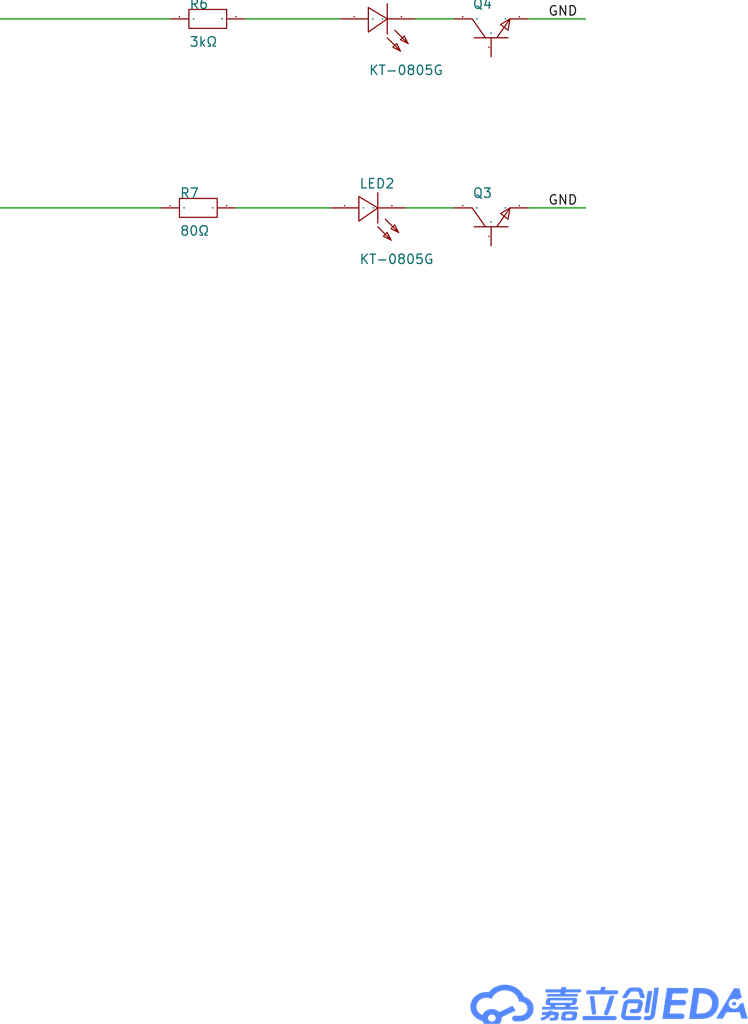
<source format=kicad_sch>
(kicad_sch
	(version 20231120)
	(generator "eeschema")
	(generator_version "8.0")
	(uuid "01f07383-db93-480f-93d5-091d0085551d")
	(paper "User" 100.609 137.592)
	(lib_symbols
		(symbol "Signal-blo-easyedapro:0805G (Green)"
			(exclude_from_sim no)
			(in_bom yes)
			(on_board yes)
			(property "Reference" "LED"
				(at 0 0 0)
				(effects
					(font
						(size 1.27 1.27)
					)
				)
			)
			(property "Value" ""
				(at 0 0 0)
				(effects
					(font
						(size 1.27 1.27)
					)
				)
			)
			(property "Footprint" "Signal-blo-easyedapro:LED0805-R-RD"
				(at 0 0 0)
				(effects
					(font
						(size 1.27 1.27)
					)
					(hide yes)
				)
			)
			(property "Datasheet" "https://atta.szlcsc.com/upload/public/pdf/source/20170209/1486607340485.pdf"
				(at 0 0 0)
				(effects
					(font
						(size 1.27 1.27)
					)
					(hide yes)
				)
			)
			(property "Description" "灯头类型:-;发光颜色:翠绿色;正向电压(VF):-;功率:-;正向电流:-;主波长:-;二极管配置:-;透镜颜色:-;色温:-;发光强度:-;发光角度:-;载带方式:-;工作温度:-;"
				(at 0 0 0)
				(effects
					(font
						(size 1.27 1.27)
					)
					(hide yes)
				)
			)
			(property "Manufacturer Part" "KT-0805G"
				(at 0 0 0)
				(effects
					(font
						(size 1.27 1.27)
					)
					(hide yes)
				)
			)
			(property "Manufacturer" "KENTO"
				(at 0 0 0)
				(effects
					(font
						(size 1.27 1.27)
					)
					(hide yes)
				)
			)
			(property "Supplier Part" "C2297"
				(at 0 0 0)
				(effects
					(font
						(size 1.27 1.27)
					)
					(hide yes)
				)
			)
			(property "Supplier" "LCSC"
				(at 0 0 0)
				(effects
					(font
						(size 1.27 1.27)
					)
					(hide yes)
				)
			)
			(property "LCSC Part Name" "0805 翠绿 高亮"
				(at 0 0 0)
				(effects
					(font
						(size 1.27 1.27)
					)
					(hide yes)
				)
			)
			(symbol "0805G (Green)_1_0"
				(polyline
					(pts
						(xy -2.286 1.524) (xy -4.064 3.302)
					)
					(stroke
						(width 0)
						(type default)
					)
					(fill
						(type none)
					)
				)
				(polyline
					(pts
						(xy -1.27 2.032) (xy -1.27 -2.032)
					)
					(stroke
						(width 0)
						(type default)
					)
					(fill
						(type none)
					)
				)
				(polyline
					(pts
						(xy -1.27 2.54) (xy -3.048 4.318)
					)
					(stroke
						(width 0)
						(type default)
					)
					(fill
						(type none)
					)
				)
				(polyline
					(pts
						(xy -4.064 3.302) (xy -3.048 2.794) (xy -3.048 2.794) (xy -3.556 2.286) (xy -3.556 2.286) (xy -4.064 3.302)
					)
					(stroke
						(width 0)
						(type default)
					)
					(fill
						(type none)
					)
				)
				(polyline
					(pts
						(xy -3.048 4.318) (xy -2.032 3.81) (xy -2.032 3.81) (xy -2.54 3.302) (xy -2.54 3.302) (xy -3.048 4.318)
					)
					(stroke
						(width 0)
						(type default)
					)
					(fill
						(type none)
					)
				)
				(polyline
					(pts
						(xy 1.27 -1.524) (xy -1.27 0) (xy -1.27 0) (xy 1.27 1.778) (xy 1.27 1.778) (xy 1.27 -1.524)
					)
					(stroke
						(width 0)
						(type default)
					)
					(fill
						(type none)
					)
				)
				(pin unspecified line
					(at 5.08 0 180)
					(length 3.81)
					(name "A"
						(effects
							(font
								(size 0.0254 0.0254)
							)
						)
					)
					(number "1"
						(effects
							(font
								(size 0.0254 0.0254)
							)
						)
					)
				)
				(pin unspecified line
					(at -5.08 0 0)
					(length 3.81)
					(name "K"
						(effects
							(font
								(size 0.0254 0.0254)
							)
						)
					)
					(number "2"
						(effects
							(font
								(size 0.0254 0.0254)
							)
						)
					)
				)
			)
		)
		(symbol "Signal-blo-easyedapro:Drawing-Symbol_A4"
			(exclude_from_sim no)
			(in_bom yes)
			(on_board yes)
			(property "Reference" ""
				(at 0 0 0)
				(effects
					(font
						(size 1.27 1.27)
					)
				)
			)
			(property "Value" ""
				(at 0 0 0)
				(effects
					(font
						(size 1.27 1.27)
					)
				)
			)
			(property "Footprint" "Signal-blo-easyedapro:"
				(at 0 0 0)
				(effects
					(font
						(size 1.27 1.27)
					)
					(hide yes)
				)
			)
			(property "Datasheet" ""
				(at 0 0 0)
				(effects
					(font
						(size 1.27 1.27)
					)
					(hide yes)
				)
			)
			(property "Description" ""
				(at 0 0 0)
				(effects
					(font
						(size 1.27 1.27)
					)
					(hide yes)
				)
			)
			(symbol "Drawing-Symbol_A4_0_0"
				(polyline
					(pts
						(xy 146.9783 10.146) (xy 146.976 10.1327) (xy 146.973 10.1197) (xy 146.9695 10.1069) (xy 146.9653 10.0944)
						(xy 146.9605 10.082) (xy 146.9552 10.07) (xy 146.9493 10.0583) (xy 146.9428 10.0468) (xy 146.9358 10.0356)
						(xy 146.9283 10.0248) (xy 146.9203 10.0143) (xy 146.9118 10.0042) (xy 146.9029 9.9944) (xy 146.8935 9.985)
						(xy 146.8836 9.976) (xy 146.8733 9.9673) (xy 146.8627 9.9591) (xy 146.8516 9.9514) (xy 146.8402 9.9441)
						(xy 146.8284 9.9372) (xy 146.8163 9.9308) (xy 146.8038 9.9249) (xy 146.7911 9.9195) (xy 146.778 9.9146)
						(xy 146.7647 9.9102) (xy 146.7511 9.9064) (xy 146.7373 9.9031) (xy 146.7233 9.9004) (xy 146.709 9.8983)
						(xy 146.6945 9.8967) (xy 146.6799 9.8958) (xy 146.6651 9.8955) (xy 146.6547 9.8955) (xy 146.6398 9.8959)
						(xy 146.625 9.897) (xy 146.6102 9.899) (xy 146.5956 9.9016) (xy 146.5811 9.905) (xy 146.5668 9.9091)
						(xy 146.5528 9.9138) (xy 146.5391 9.9192) (xy 146.5256 9.9252) (xy 146.5125 9.9318) (xy 146.4999 9.939)
						(xy 146.4876 9.9467) (xy 146.4758 9.955) (xy 146.4646 9.9638) (xy 146.4539 9.973) (xy 146.4438 9.9828)
						(xy 146.434 9.9933) (xy 146.4249 10.0043) (xy 146.4166 10.0158) (xy 146.4089 10.0275) (xy 146.402 10.0397)
						(xy 146.3958 10.0521) (xy 146.3904 10.0648) (xy 146.3856 10.0777) (xy 146.3816 10.0907) (xy 146.3782 10.1039)
						(xy 146.3756 10.1173) (xy 146.3736 10.1306) (xy 146.3724 10.144) (xy 146.3718 10.1574) (xy 146.372 10.1707)
						(xy 146.3728 10.1839) (xy 146.7925 12.8714) (xy 147.4021 12.8714) (xy 146.9783 10.146)
					)
					(stroke
						(width -0.0001)
						(type solid)
					)
					(fill
						(type color)
						(color 85 136 255 1)
					)
				)
				(polyline
					(pts
						(xy 142.3185 12.2147) (xy 142.3164 12.209) (xy 142.2175 11.9012) (xy 142.1192 11.5812) (xy 141.9194 10.9313)
						(xy 141.8159 10.6145) (xy 141.7083 10.3119) (xy 141.5958 10.0302) (xy 141.5373 9.8992) (xy 141.4771 9.7759)
						(xy 141.4663 9.7575) (xy 141.4542 9.7399) (xy 141.4409 9.7233) (xy 141.4266 9.7077) (xy 141.4112 9.693)
						(xy 141.3948 9.6794) (xy 141.3775 9.667) (xy 141.3594 9.6556) (xy 141.3405 9.6454) (xy 141.321 9.6365)
						(xy 141.3008 9.6288) (xy 141.2801 9.6224) (xy 141.2589 9.6174) (xy 141.2373 9.6137) (xy 141.2154 9.6115)
						(xy 141.1932 9.6108) (xy 141.1838 9.6109) (xy 141.1744 9.6115) (xy 141.165 9.6123) (xy 141.1556 9.6134)
						(xy 141.1462 9.6148) (xy 141.1368 9.6164) (xy 141.1274 9.6182) (xy 141.118 9.6203) (xy 141.0867 9.6279)
						(xy 141.0732 9.6328) (xy 141.0602 9.6382) (xy 141.0476 9.6442) (xy 141.0355 9.6508) (xy 141.0239 9.6578)
						(xy 141.0127 9.6653) (xy 141.0021 9.6733) (xy 140.992 9.6817) (xy 140.9823 9.6905) (xy 140.9732 9.6998)
						(xy 140.9647 9.7094) (xy 140.9566 9.7194) (xy 140.9492 9.7297) (xy 140.9422 9.7404) (xy 140.9359 9.7514)
						(xy 140.9301 9.7626) (xy 140.9242 9.7755) (xy 140.9192 9.7886) (xy 140.9148 9.8019) (xy 140.9113 9.8153)
						(xy 140.9086 9.8289) (xy 140.9066 9.8425) (xy 140.9055 9.8561) (xy 140.9051 9.8698) (xy 140.9055 9.8835)
						(xy 140.9066 9.8972) (xy 140.9086 9.9108) (xy 140.9113 9.9243) (xy 140.9148 9.9378) (xy 140.9192 9.951)
						(xy 140.9242 9.9642) (xy 140.9301 9.9771) (xy 140.9842 10.088) (xy 141.0368 10.2068) (xy 141.1382 10.4644)
						(xy 141.2355 10.7434) (xy 141.3297 11.0373) (xy 141.5129 11.6433) (xy 141.604 11.9423) (xy 141.6963 12.2299)
						(xy 142.3226 12.2299) (xy 142.3185 12.2147)
					)
					(stroke
						(width -0.0001)
						(type solid)
					)
					(fill
						(type color)
						(color 85 136 255 1)
					)
				)
				(polyline
					(pts
						(xy 139.8445 9.9733) (xy 139.8455 9.9609) (xy 139.8459 9.9485) (xy 139.8456 9.9362) (xy 139.8447 9.9241)
						(xy 139.8432 9.912) (xy 139.841 9.9001) (xy 139.8383 9.8883) (xy 139.835 9.8766) (xy 139.8311 9.8652)
						(xy 139.8266 9.8539) (xy 139.8216 9.8428) (xy 139.816 9.8319) (xy 139.8099 9.8213) (xy 139.8033 9.8109)
						(xy 139.7962 9.8007) (xy 139.7886 9.7908) (xy 139.7806 9.7812) (xy 139.7721 9.7719) (xy 139.7631 9.763)
						(xy 139.7536 9.7543) (xy 139.7438 9.746) (xy 139.7335 9.738) (xy 139.7229 9.7304) (xy 139.7118 9.7232)
						(xy 139.7004 9.7164) (xy 139.6885 9.71) (xy 139.6764 9.704) (xy 139.6639 9.6985) (xy 139.651 9.6934)
						(xy 139.6379 9.6888) (xy 139.6244 9.6846) (xy 139.6107 9.681) (xy 139.6044 9.6791) (xy 139.5966 9.6778)
						(xy 139.5888 9.6766) (xy 139.5809 9.6756) (xy 139.5731 9.6748) (xy 139.5653 9.6742) (xy 139.5574 9.6738)
						(xy 139.5496 9.6735) (xy 139.5418 9.6734) (xy 139.5287 9.6736) (xy 139.5159 9.6744) (xy 139.5032 9.6756)
						(xy 139.4907 9.6772) (xy 139.4784 9.6794) (xy 139.4664 9.6819) (xy 139.4546 9.6849) (xy 139.443 9.6884)
						(xy 139.4316 9.6922) (xy 139.4206 9.6965) (xy 139.4098 9.7012) (xy 139.3993 9.7063) (xy 139.3891 9.7118)
						(xy 139.3792 9.7177) (xy 139.3696 9.724) (xy 139.3604 9.7306) (xy 139.3515 9.7376) (xy 139.343 9.7449)
						(xy 139.3349 9.7526) (xy 139.3271 9.7606) (xy 139.3197 9.769) (xy 139.3128 9.7776) (xy 139.3063 9.7866)
						(xy 139.3002 9.7959) (xy 139.2945 9.8055) (xy 139.2893 9.8154) (xy 139.2846 9.8255) (xy 139.2803 9.836)
						(xy 139.2765 9.8467) (xy 139.2733 9.8576) (xy 139.2705 9.8688) (xy 139.2683 9.8803) (xy 139.2683 9.8898)
						(xy 139.0011 12.1844) (xy 139.0011 12.1863) (xy 139.5919 12.1863) (xy 139.8445 9.9733)
					)
					(stroke
						(width -0.0001)
						(type solid)
					)
					(fill
						(type color)
						(color 85 136 255 1)
					)
				)
				(polyline
					(pts
						(xy 142.3562 9.5079) (xy 142.3709 9.5068) (xy 142.3853 9.505) (xy 142.3996 9.5024) (xy 142.4136 9.4992)
						(xy 142.4275 9.4953) (xy 142.4411 9.4907) (xy 142.4544 9.4855) (xy 142.4675 9.4797) (xy 142.4803 9.4733)
						(xy 142.4928 9.4662) (xy 142.5049 9.4586) (xy 142.5168 9.4505) (xy 142.5283 9.4418) (xy 142.5394 9.4326)
						(xy 142.5502 9.4229) (xy 142.5597 9.4123) (xy 142.5685 9.4014) (xy 142.5766 9.39) (xy 142.5841 9.3783)
						(xy 142.5909 9.3662) (xy 142.597 9.3538) (xy 142.6024 9.3412) (xy 142.6071 9.3282) (xy 142.611 9.315)
						(xy 142.6142 9.3016) (xy 142.6166 9.288) (xy 142.6183 9.2742) (xy 142.6192 9.2603) (xy 142.6193 9.2462)
						(xy 142.6185 9.2321) (xy 142.617 9.2179) (xy 142.6149 9.2046) (xy 142.6126 9.1915) (xy 142.6097 9.1787)
						(xy 142.6061 9.166) (xy 142.6019 9.1535) (xy 142.5971 9.1413) (xy 142.5917 9.1293) (xy 142.5858 9.1176)
						(xy 142.5793 9.1062) (xy 142.5722 9.0951) (xy 142.5647 9.0843) (xy 142.5567 9.0738) (xy 142.5482 9.0636)
						(xy 142.5392 9.0538) (xy 142.5298 9.0444) (xy 142.52 9.0353) (xy 142.5097 9.0267) (xy 142.4991 9.0184)
						(xy 142.4882 9.0106) (xy 142.4768 9.0032) (xy 142.4652 8.9963) (xy 142.4532 8.9899) (xy 142.4409 8.9839)
						(xy 142.4284 8.9784) (xy 142.4156 8.9735) (xy 142.4025 8.9691) (xy 142.3892 8.9652) (xy 142.3758 8.9618)
						(xy 142.3621 8.9591) (xy 142.3483 8.9569) (xy 142.3343 8.9554) (xy 142.3202 8.9544) (xy 142.3059 8.9541)
						(xy 138.1576 8.9541) (xy 138.1502 8.9543) (xy 138.143 8.9548) (xy 138.1358 8.9556) (xy 138.1288 8.9567)
						(xy 138.122 8.9582) (xy 138.1152 8.96) (xy 138.1087 8.962) (xy 138.1023 8.9643) (xy 138.0961 8.9669)
						(xy 138.09 8.9698) (xy 138.0842 8.9729) (xy 138.0785 8.9763) (xy 138.073 8.9799) (xy 138.0678 8.9837)
						(xy 138.0627 8.9878) (xy 138.0579 8.992) (xy 138.0533 8.9965) (xy 138.049 9.0012) (xy 138.0449 9.006)
						(xy 138.0411 9.011) (xy 138.0375 9.0162) (xy 138.0342 9.0215) (xy 138.0312 9.0269) (xy 138.0284 9.0326)
						(xy 138.026 9.0383) (xy 138.0238 9.0441) (xy 138.022 9.0501) (xy 138.0205 9.0562) (xy 138.0193 9.0623)
						(xy 138.0184 9.0686) (xy 138.0179 9.0749) (xy 138.0177 9.0812) (xy 138.0177 9.0831) (xy 138.0156 9.0831)
						(xy 138.0595 9.5083) (xy 142.3414 9.5083) (xy 142.3562 9.5079)
					)
					(stroke
						(width -0.0001)
						(type solid)
					)
					(fill
						(type color)
						(color 85 136 255 1)
					)
				)
				(polyline
					(pts
						(xy 159.4399 12.0041) (xy 158.8178 11.6928) (xy 158.7955 11.7067) (xy 158.7727 11.7197) (xy 158.7492 11.732)
						(xy 158.7252 11.7435) (xy 158.7007 11.7542) (xy 158.6757 11.764) (xy 158.6501 11.773) (xy 158.6241 11.7811)
						(xy 158.5977 11.7883) (xy 158.5708 11.7946) (xy 158.5436 11.7999) (xy 158.5159 11.8044) (xy 158.488 11.8078)
						(xy 158.4597 11.8103) (xy 158.4311 11.8119) (xy 158.4023 11.8124) (xy 158.3649 11.8115) (xy 158.3281 11.809)
						(xy 158.2917 11.8048) (xy 158.256 11.7989) (xy 158.2209 11.7916) (xy 158.1864 11.7826) (xy 158.1527 11.7723)
						(xy 158.1197 11.7604) (xy 158.0875 11.7472) (xy 158.0562 11.7326) (xy 158.0257 11.7167) (xy 157.9963 11.6995)
						(xy 157.9678 11.681) (xy 157.9403 11.6614) (xy 157.914 11.6407) (xy 157.8887 11.6188) (xy 157.8647 11.5958)
						(xy 157.8418 11.5719) (xy 157.8202 11.5469) (xy 157.8 11.521) (xy 157.781 11.4942) (xy 157.7635 11.4666)
						(xy 157.7475 11.4381) (xy 157.7329 11.4088) (xy 157.7199 11.3788) (xy 157.7085 11.3482) (xy 157.6987 11.3168)
						(xy 157.6905 11.2849) (xy 157.6842 11.2524) (xy 157.6795 11.2194) (xy 157.6767 11.1858) (xy 157.6758 11.1519)
						(xy 157.6767 11.1179) (xy 157.6795 11.0844) (xy 157.6842 11.0514) (xy 157.6905 11.0189) (xy 157.6987 10.987)
						(xy 157.7085 10.9556) (xy 157.7199 10.9249) (xy 157.7329 10.895) (xy 157.7475 10.8657) (xy 157.7635 10.8372)
						(xy 157.781 10.8096) (xy 157.8 10.7828) (xy 157.8202 10.7569) (xy 157.8418 10.7319) (xy 157.8647 10.7079)
						(xy 157.8887 10.685) (xy 157.914 10.6631) (xy 157.9403 10.6424) (xy 157.9678 10.6227) (xy 157.9963 10.6043)
						(xy 158.0257 10.5871) (xy 158.0562 10.5712) (xy 158.0875 10.5566) (xy 158.1197 10.5434) (xy 158.1527 10.5315)
						(xy 158.1864 10.5211) (xy 158.2209 10.5122) (xy 158.256 10.5048) (xy 158.2917 10.499) (xy 158.3281 10.4948)
						(xy 158.3649 10.4923) (xy 158.4023 10.4914) (xy 158.4371 10.4922) (xy 158.4715 10.4944) (xy 158.5055 10.4981)
						(xy 158.5389 10.5031) (xy 158.5718 10.5096) (xy 158.6042 10.5174) (xy 158.6359 10.5265) (xy 158.6669 10.5369)
						(xy 158.6973 10.5485) (xy 158.727 10.5613) (xy 158.7559 10.5753) (xy 158.7841 10.5904) (xy 158.8114 10.6066)
						(xy 158.8378 10.6239) (xy 158.8634 10.6422) (xy 158.888 10.6615) (xy 158.9116 10.6818) (xy 158.9342 10.703)
						(xy 158.9558 10.7251) (xy 158.9763 10.748) (xy 158.9957 10.7718) (xy 159.0139 10.7964) (xy 159.0309 10.8217)
						(xy 159.0467 10.8477) (xy 159.0613 10.8744) (xy 159.0745 10.9018) (xy 159.0864 10.9298) (xy 159.097 10.9584)
						(xy 159.1061 10.9875) (xy 159.1138 11.0172) (xy 159.12 11.0473) (xy 159.1247 11.0779) (xy 159.6257 11.3284)
						(xy 160.2249 9.1534) (xy 159.4065 9.1534) (xy 159.1685 10.0207) (xy 157.3877 10.0207) (xy 156.8783 9.1534)
						(xy 155.9701 9.1534) (xy 158.394 13.232) (xy 159.1038 13.232) (xy 159.4399 12.0041)
					)
					(stroke
						(width -0.0001)
						(type solid)
					)
					(fill
						(type color)
						(color 85 136 255 1)
					)
				)
				(polyline
					(pts
						(xy 158.4338 11.4201) (xy 158.4481 11.419) (xy 158.4622 11.4172) (xy 158.476 11.4148) (xy 158.4896 11.4118)
						(xy 158.5029 11.4082) (xy 158.516 11.4041) (xy 158.5287 11.3994) (xy 158.5412 11.3941) (xy 158.5532 11.3883)
						(xy 158.565 11.3821) (xy 158.5763 11.3753) (xy 158.5873 11.368) (xy 158.5979 11.3603) (xy 158.608 11.3522)
						(xy 158.6177 11.3436) (xy 158.6269 11.3346) (xy 158.6357 11.3252) (xy 158.6439 11.3155) (xy 158.6516 11.3053)
						(xy 158.6589 11.2949) (xy 158.6655 11.2841) (xy 158.6716 11.273) (xy 158.6771 11.2616) (xy 158.682 11.2499)
						(xy 158.6863 11.2379) (xy 158.69 11.2258) (xy 158.693 11.2133) (xy 158.6953 11.2007) (xy 158.6969 11.1878)
						(xy 158.6979 11.1748) (xy 158.6981 11.1616) (xy 158.6976 11.1485) (xy 158.6963 11.1355) (xy 158.6944 11.1227)
						(xy 158.6918 11.1101) (xy 158.6885 11.0977) (xy 158.6845 11.0856) (xy 158.68 11.0737) (xy 158.6748 11.0621)
						(xy 158.669 11.0508) (xy 158.6627 11.0398) (xy 158.6557 11.0292) (xy 158.6483 11.0189) (xy 158.6403 11.0089)
						(xy 158.6318 10.9993) (xy 158.6229 10.9901) (xy 158.6134 10.9813) (xy 158.6035 10.9729) (xy 158.5932 10.9649)
						(xy 158.5825 10.9574) (xy 158.5714 10.9504) (xy 158.5598 10.9438) (xy 158.548 10.9378) (xy 158.5358 10.9322)
						(xy 158.5232 10.9272) (xy 158.5104 10.9228) (xy 158.4972 10.9189) (xy 158.4838 10.9156) (xy 158.4701 10.9128)
						(xy 158.4562 10.9107) (xy 158.4421 10.9092) (xy 158.4278 10.9084) (xy 158.4133 10.9082) (xy 158.3988 10.9086)
						(xy 158.3845 10.9098) (xy 158.3704 10.9115) (xy 158.3565 10.9139) (xy 158.3429 10.9169) (xy 158.3296 10.9205)
						(xy 158.3166 10.9247) (xy 158.3038 10.9294) (xy 158.2914 10.9346) (xy 158.2793 10.9404) (xy 158.2676 10.9467)
						(xy 158.2562 10.9534) (xy 158.2453 10.9607) (xy 158.2347 10.9684) (xy 158.2246 10.9766) (xy 158.2149 10.9851)
						(xy 158.2057 10.9941) (xy 158.1969 11.0035) (xy 158.1887 11.0133) (xy 158.1809 11.0234) (xy 158.1737 11.0338)
						(xy 158.1671 11.0446) (xy 158.161 11.0557) (xy 158.1554 11.0672) (xy 158.1505 11.0788) (xy 158.1462 11.0908)
						(xy 158.1426 11.103) (xy 158.1396 11.1154) (xy 158.1373 11.128) (xy 158.1356 11.1409) (xy 158.1347 11.1539)
						(xy 158.1345 11.1671) (xy 158.135 11.1803) (xy 158.1362 11.1933) (xy 158.1382 11.2061) (xy 158.1408 11.2187)
						(xy 158.1441 11.231) (xy 158.148 11.2432) (xy 158.1526 11.255) (xy 158.1578 11.2666) (xy 158.1636 11.2779)
						(xy 158.1699 11.2889) (xy 158.1768 11.2995) (xy 158.1843 11.3099) (xy 158.1922 11.3198) (xy 158.2007 11.3294)
						(xy 158.2097 11.3386) (xy 158.2191 11.3474) (xy 158.229 11.3558) (xy 158.2393 11.3638) (xy 158.2501 11.3713)
						(xy 158.2612 11.3783) (xy 158.2727 11.3849) (xy 158.2846 11.3909) (xy 158.2968 11.3965) (xy 158.3093 11.4015)
						(xy 158.3222 11.4059) (xy 158.3353 11.4099) (xy 158.3488 11.4132) (xy 158.3624 11.4159) (xy 158.3763 11.418)
						(xy 158.3905 11.4195) (xy 158.4048 11.4204) (xy 158.4193 11.4206) (xy 158.4338 11.4201)
					)
					(stroke
						(width -0.0001)
						(type solid)
					)
					(fill
						(type color)
						(color 85 136 255 1)
					)
				)
				(polyline
					(pts
						(xy 147.7653 9.6354) (xy 147.7561 9.5831) (xy 147.7432 9.532) (xy 147.7269 9.4824) (xy 147.7072 9.4344)
						(xy 147.6842 9.388) (xy 147.6581 9.3433) (xy 147.6288 9.3005) (xy 147.5965 9.2597) (xy 147.5613 9.2208)
						(xy 147.5233 9.1842) (xy 147.4825 9.1497) (xy 147.4392 9.1177) (xy 147.3933 9.088) (xy 147.3449 9.0609)
						(xy 147.2942 9.0365) (xy 147.2413 9.0148) (xy 147.2236 9.0073) (xy 147.2058 9.0002) (xy 147.1878 8.9937)
						(xy 147.1696 8.9877) (xy 147.1512 8.9822) (xy 147.1326 8.9773) (xy 147.1139 8.9728) (xy 147.0949 8.9688)
						(xy 147.0757 8.9653) (xy 147.0563 8.9623) (xy 147.0366 8.9598) (xy 147.0167 8.9577) (xy 146.9966 8.9561)
						(xy 146.9761 8.955) (xy 146.9554 8.9543) (xy 146.9344 8.9541) (xy 146.519 8.9541) (xy 146.5041 8.9545)
						(xy 146.4893 8.9557) (xy 146.4745 8.9576) (xy 146.4599 8.9603) (xy 146.4454 8.9636) (xy 146.4311 8.9677)
						(xy 146.4171 8.9724) (xy 146.4034 8.9778) (xy 146.3899 8.9838) (xy 146.3768 8.9904) (xy 146.3642 8.9976)
						(xy 146.3519 9.0053) (xy 146.3401 9.0136) (xy 146.3289 9.0224) (xy 146.3182 9.0317) (xy 146.3081 9.0414)
						(xy 146.2986 9.0519) (xy 146.2898 9.0628) (xy 146.2817 9.0741) (xy 146.2742 9.0857) (xy 146.2674 9.0976)
						(xy 146.2613 9.1098) (xy 146.2559 9.1223) (xy 146.2512 9.1351) (xy 146.2473 9.1481) (xy 146.2441 9.1614)
						(xy 146.2416 9.1748) (xy 146.24 9.1885) (xy 146.2391 9.2023) (xy 146.239 9.2162) (xy 146.2397 9.2303)
						(xy 146.2413 9.2445) (xy 146.2434 9.254) (xy 146.2457 9.267) (xy 146.2486 9.2799) (xy 146.2523 9.2926)
						(xy 146.2565 9.305) (xy 146.2613 9.3173) (xy 146.2668 9.3292) (xy 146.2728 9.3409) (xy 146.2794 9.3524)
						(xy 146.2865 9.3635) (xy 146.2941 9.3743) (xy 146.3023 9.3848) (xy 146.3109 9.3949) (xy 146.32 9.4047)
						(xy 146.3295 9.4142) (xy 146.3395 9.4232) (xy 146.3499 9.4319) (xy 146.3606 9.4401) (xy 146.3717 9.448)
						(xy 146.3832 9.4553) (xy 146.3951 9.4622) (xy 146.4072 9.4687) (xy 146.4197 9.4747) (xy 146.4324 9.4801)
						(xy 146.4454 9.4851) (xy 146.4586 9.4895) (xy 146.4721 9.4934) (xy 146.4857 9.4967) (xy 146.4996 9.4995)
						(xy 146.5136 9.5016) (xy 146.5278 9.5032) (xy 146.5421 9.5042) (xy 146.5565 9.5045) (xy 146.972 9.5045)
						(xy 146.9813 9.5047) (xy 146.9903 9.5052) (xy 146.9991 9.5061) (xy 147.0077 9.5074) (xy 147.0162 9.509)
						(xy 147.0244 9.511) (xy 147.0325 9.5134) (xy 147.0404 9.5161) (xy 147.0481 9.5192) (xy 147.0557 9.5227)
						(xy 147.0632 9.5266) (xy 147.0706 9.5309) (xy 147.0779 9.5356) (xy 147.0851 9.5406) (xy 147.0923 9.5461)
						(xy 147.0993 9.5519) (xy 147.1066 9.5591) (xy 147.1135 9.5665) (xy 147.1201 9.574) (xy 147.1263 9.5816)
						(xy 147.1321 9.5894) (xy 147.1376 9.5972) (xy 147.1427 9.6052) (xy 147.1474 9.6131) (xy 147.1517 9.6212)
						(xy 147.1556 9.6292) (xy 147.1591 9.6373) (xy 147.1622 9.6453) (xy 147.1649 9.6534) (xy 147.1671 9.6614)
						(xy 147.1689 9.6693) (xy 147.1703 9.6772) (xy 147.686 13.3098) (xy 148.2893 13.3098) (xy 147.7653 9.6354)
					)
					(stroke
						(width -0.0001)
						(type solid)
					)
					(fill
						(type color)
						(color 85 136 255 1)
					)
				)
				(polyline
					(pts
						(xy 141.0303 12.9587) (xy 142.5439 12.9587) (xy 142.5599 12.9584) (xy 142.5756 12.9573) (xy 142.5911 12.9555)
						(xy 142.6063 12.9531) (xy 142.6212 12.9499) (xy 142.6358 12.946) (xy 142.6501 12.9414) (xy 142.664 12.9362)
						(xy 142.6775 12.9302) (xy 142.6906 12.9236) (xy 142.7032 12.9163) (xy 142.7154 12.9083) (xy 142.7271 12.8996)
						(xy 142.7382 12.8902) (xy 142.7489 12.8802) (xy 142.759 12.8695) (xy 142.7684 12.859) (xy 142.7772 12.8481)
						(xy 142.7852 12.8368) (xy 142.7926 12.8252) (xy 142.7992 12.8133) (xy 142.8051 12.801) (xy 142.8103 12.7884)
						(xy 142.8148 12.7756) (xy 142.8185 12.7625) (xy 142.8216 12.7491) (xy 142.8238 12.7355) (xy 142.8253 12.7217)
						(xy 142.8261 12.7076) (xy 142.826 12.6934) (xy 142.8252 12.6791) (xy 142.8237 12.6645) (xy 142.8237 12.6607)
						(xy 142.8214 12.6477) (xy 142.8185 12.6348) (xy 142.8149 12.6222) (xy 142.8107 12.6098) (xy 142.806 12.5977)
						(xy 142.8006 12.5858) (xy 142.7947 12.5742) (xy 142.7883 12.5629) (xy 142.7813 12.552) (xy 142.7738 12.5413)
						(xy 142.7657 12.531) (xy 142.7573 12.521) (xy 142.7483 12.5113) (xy 142.7389 12.5021) (xy 142.729 12.4932)
						(xy 142.7188 12.4847) (xy 142.7081 12.4766) (xy 142.697 12.469) (xy 142.6856 12.4618) (xy 142.6738 12.4551)
						(xy 142.6617 12.4488) (xy 142.6493 12.443) (xy 142.6365 12.4376) (xy 142.6235 12.4328) (xy 142.6101 12.4285)
						(xy 142.5965 12.4248) (xy 142.5827 12.4215) (xy 142.5687 12.4189) (xy 142.5544 12.4168) (xy 142.54 12.4152)
						(xy 142.5253 12.4143) (xy 142.5105 12.414) (xy 138.6733 12.414) (xy 138.6733 12.4159) (xy 138.6661 12.4163)
						(xy 138.659 12.4169) (xy 138.652 12.4179) (xy 138.6452 12.4191) (xy 138.6385 12.4207) (xy 138.6319 12.4225)
						(xy 138.6254 12.4246) (xy 138.6192 12.427) (xy 138.613 12.4296) (xy 138.6071 12.4325) (xy 138.6013 12.4356)
						(xy 138.5957 12.439) (xy 138.5903 12.4426) (xy 138.5852 12.4464) (xy 138.5802 12.4504) (xy 138.5754 12.4546)
						(xy 138.5709 12.459) (xy 138.5666 12.4636) (xy 138.5625 12.4684) (xy 138.5587 12.4733) (xy 138.5552 12.4784)
						(xy 138.5519 12.4837) (xy 138.5489 12.4891) (xy 138.5462 12.4946) (xy 138.5437 12.5003) (xy 138.5416 12.5061)
						(xy 138.5398 12.512) (xy 138.5382 12.5181) (xy 138.5371 12.5242) (xy 138.5362 12.5304) (xy 138.5357 12.5367)
						(xy 138.5355 12.5431) (xy 138.5355 12.5499) (xy 138.5356 12.5531) (xy 138.5358 12.5561) (xy 138.536 12.5591)
						(xy 138.5362 12.5606) (xy 138.5364 12.562) (xy 138.5366 12.5635) (xy 138.5369 12.5649) (xy 138.5372 12.5663)
						(xy 138.5376 12.5677) (xy 138.5772 12.9568) (xy 140.4228 12.9587) (xy 140.4917 13.325) (xy 140.4926 13.331)
						(xy 140.4938 13.3369) (xy 140.4953 13.3427) (xy 140.4971 13.3484) (xy 140.4991 13.3539) (xy 140.5014 13.3593)
						(xy 140.5039 13.3646) (xy 140.5067 13.3697) (xy 140.5097 13.3747) (xy 140.513 13.3796) (xy 140.5165 13.3843)
						(xy 140.5201 13.3888) (xy 140.524 13.3932) (xy 140.5281 13.3974) (xy 140.5324 13.4014) (xy 140.5368 13.4052)
						(xy 140.5415 13.4089) (xy 140.5463 13.4123) (xy 140.5513 13.4155) (xy 140.5564 13.4186) (xy 140.5617 13.4214)
						(xy 140.5671 13.424) (xy 140.5726 13.4264) (xy 140.5783 13.4286) (xy 140.5841 13.4305) (xy 140.59 13.4322)
						(xy 140.596 13.4336) (xy 140.6021 13.4348) (xy 140.6083 13.4358) (xy 140.6146 13.4365) (xy 140.621 13.4369)
						(xy 140.6274 13.437) (xy 141.1097 13.437) (xy 141.0303 12.9587)
					)
					(stroke
						(width -0.0001)
						(type solid)
					)
					(fill
						(type color)
						(color 85 136 255 1)
					)
				)
				(polyline
					(pts
						(xy 133.9675 10.0549) (xy 134.4623 10.0549) (xy 134.4906 10.0545) (xy 134.5177 10.0533) (xy 134.5438 10.0514)
						(xy 134.5687 10.0486) (xy 134.5926 10.0451) (xy 134.6154 10.0408) (xy 134.6372 10.0357) (xy 134.6578 10.0297)
						(xy 134.6774 10.023) (xy 134.6959 10.0155) (xy 134.7134 10.0072) (xy 134.7298 9.998) (xy 134.7451 9.9881)
						(xy 134.7593 9.9773) (xy 134.7725 9.9657) (xy 134.7846 9.9533) (xy 134.7957 9.9401) (xy 134.8057 9.9261)
						(xy 134.8147 9.9112) (xy 134.8226 9.8955) (xy 134.8294 9.8789) (xy 134.8352 9.8616) (xy 134.84 9.8433)
						(xy 134.8437 9.8243) (xy 134.8464 9.8044) (xy 134.848 9.7836) (xy 134.8486 9.762) (xy 134.8482 9.7396)
						(xy 134.8467 9.7162) (xy 134.8442 9.6921) (xy 134.8406 9.667) (xy 134.836 9.6411) (xy 134.7692 9.2881)
						(xy 134.7663 9.2625) (xy 134.7626 9.2379) (xy 134.758 9.2143) (xy 134.7527 9.1918) (xy 134.7465 9.1702)
						(xy 134.7394 9.1496) (xy 134.7315 9.1299) (xy 134.7228 9.1112) (xy 134.7131 9.0934) (xy 134.7026 9.0765)
						(xy 134.6912 9.0605) (xy 134.6788 9.0454) (xy 134.6655 9.0311) (xy 134.6513 9.0177) (xy 134.6361 9.0051)
						(xy 134.62 8.9932) (xy 134.6028 8.9822) (xy 134.5847 8.9719) (xy 134.5656 8.9624) (xy 134.5455 8.9536)
						(xy 134.5243 8.9455) (xy 134.5021 8.9381) (xy 134.4788 8.9314) (xy 134.4545 8.9254) (xy 134.4291 8.92)
						(xy 134.4026 8.9153) (xy 134.3463 8.9076) (xy 134.2856 8.9022) (xy 134.2202 8.899) (xy 133.5938 8.899)
						(xy 133.5938 9.2634) (xy 133.9822 9.2634) (xy 134.0112 9.264) (xy 134.0381 9.2657) (xy 134.063 9.2685)
						(xy 134.086 9.2723) (xy 134.107 9.2771) (xy 134.1262 9.2829) (xy 134.1438 9.2896) (xy 134.1596 9.2971)
						(xy 134.1739 9.3056) (xy 134.1867 9.3148) (xy 134.1981 9.3248) (xy 134.2082 9.3355) (xy 134.2171 9.3469)
						(xy 134.2247 9.359) (xy 134.2313 9.3717) (xy 134.2369 9.3849) (xy 134.264 9.495) (xy 134.2663 9.5039)
						(xy 134.268 9.5126) (xy 134.2692 9.521) (xy 134.2698 9.5291) (xy 134.2698 9.5369) (xy 134.2694 9.5444)
						(xy 134.2683 9.5517) (xy 134.2667 9.5587) (xy 134.2646 9.5654) (xy 134.2619 9.5718) (xy 134.2587 9.5779)
						(xy 134.2549 9.5838) (xy 134.2506 9.5893) (xy 134.2457 9.5946) (xy 134.2402 9.5996) (xy 134.2343 9.6044)
						(xy 134.2277 9.6088) (xy 134.2206 9.613) (xy 134.213 9.6168) (xy 134.2048 9.6204) (xy 134.1961 9.6237)
						(xy 134.1868 9.6267) (xy 134.1769 9.6295) (xy 134.1665 9.6319) (xy 134.1556 9.6341) (xy 134.1441 9.6359)
						(xy 134.1321 9.6375) (xy 134.1195 9.6388) (xy 134.1063 9.6398) (xy 134.0926 9.6406) (xy 134.0784 9.641)
						(xy 134.0636 9.6411) (xy 133.7964 9.6411) (xy 133.747 9.5746) (xy 133.6944 9.5116) (xy 133.6383 9.4519)
						(xy 133.5785 9.3953) (xy 133.5148 9.3416) (xy 133.4471 9.2906) (xy 133.375 9.2422) (xy 133.2984 9.1961)
						(xy 133.2172 9.1521) (xy 133.131 9.11) (xy 133.0398 9.0698) (xy 132.9432 9.031) (xy 132.8411 8.9936)
						(xy 132.7334 8.9574) (xy 132.6197 8.9221) (xy 132.4999 8.8877) (xy 132.3391 9.2521) (xy 132.4883 9.2951)
						(xy 132.6174 9.3348) (xy 132.6756 9.3541) (xy 132.7302 9.3734) (xy 132.7817 9.393) (xy 132.8305 9.4131)
						(xy 132.8772 9.4342) (xy 132.9221 9.4564) (xy 132.9658 9.48) (xy 133.0088 9.5053) (xy 133.0515 9.5327)
						(xy 133.0943 9.5624) (xy 133.1379 9.5946) (xy 133.1826 9.6297) (xy 132.5416 9.6297) (xy 132.6084 10.0435)
						(xy 133.3976 10.0435) (xy 133.3977 10.0461) (xy 133.3982 10.0495) (xy 133.3989 10.0537) (xy 133.4 10.0587)
						(xy 133.403 10.0709) (xy 133.4073 10.0857) (xy 133.4099 10.094) (xy 133.4128 10.1028) (xy 133.416 10.1122)
						(xy 133.4196 10.122) (xy 133.4235 10.1322) (xy 133.4278 10.1428) (xy 133.4323 10.1537) (xy 133.4373 10.165)
						(xy 133.4386 10.1696) (xy 133.4401 10.1741) (xy 133.4419 10.1785) (xy 133.4438 10.1828) (xy 133.446 10.187)
						(xy 133.4484 10.1912) (xy 133.451 10.1952) (xy 133.4538 10.1991) (xy 133.4568 10.2029) (xy 133.46 10.2066)
						(xy 133.4633 10.2102) (xy 133.4668 10.2137) (xy 133.4704 10.217) (xy 133.4742 10.2202) (xy 133.4781 10.2233)
						(xy 133.4822 10.2262) (xy 133.4863 10.2289) (xy 133.4906 10.2316) (xy 133.495 10.234) (xy 133.4995 10.2364)
						(xy 133.5041 10.2385) (xy 133.5087 10.2405) (xy 133.5135 10.2423) (xy 133.5183 10.244) (xy 133.5232 10.2454)
						(xy 133.5281 10.2467) (xy 133.5331 10.2478) (xy 133.5381 10.2487) (xy 133.5431 10.2494) (xy 133.5482 10.25)
						(xy 133.5533 10.2503) (xy 133.5584 10.2504) (xy 134.026 10.2504) (xy 133.9675 10.0549)
					)
					(stroke
						(width -0.0001)
						(type solid)
					)
					(fill
						(type color)
						(color 85 136 255 1)
					)
				)
				(polyline
					(pts
						(xy 153.8138 13.2729) (xy 153.9352 13.2704) (xy 154.0526 13.2662) (xy 154.1658 13.2602) (xy 154.275 13.2526)
						(xy 154.38 13.2433) (xy 154.481 13.2322) (xy 154.5778 13.2195) (xy 154.6706 13.205) (xy 154.7593 13.1888)
						(xy 154.844 13.1709) (xy 154.9245 13.1513) (xy 155.001 13.1299) (xy 155.0734 13.1069) (xy 155.1417 13.0821)
						(xy 155.206 13.0555) (xy 155.2675 13.0271) (xy 155.3276 12.9968) (xy 155.3863 12.9645) (xy 155.4435 12.9303)
						(xy 155.4993 12.894) (xy 155.5537 12.8559) (xy 155.6066 12.8158) (xy 155.658 12.7737) (xy 155.7079 12.7296)
						(xy 155.7564 12.6836) (xy 155.8034 12.6357) (xy 155.8489 12.5858) (xy 155.893 12.5339) (xy 155.9355 12.4801)
						(xy 155.9765 12.4243) (xy 156.016 12.3666) (xy 156.0536 12.3073) (xy 156.0887 12.2469) (xy 156.1215 12.1854)
						(xy 156.1518 12.1228) (xy 156.1798 12.059) (xy 156.2053 11.9941) (xy 156.2284 11.9281) (xy 156.2491 11.861)
						(xy 156.2673 11.7927) (xy 156.2832 11.7233) (xy 156.2966 11.6528) (xy 156.3076 11.5811) (xy 156.3161 11.5083)
						(xy 156.3222 11.4343) (xy 156.3259 11.3591) (xy 156.3271 11.2828) (xy 156.3258 11.2049) (xy 156.322 11.1277)
						(xy 156.3156 11.0512) (xy 156.3066 10.9754) (xy 156.2951 10.9004) (xy 156.281 10.826) (xy 156.2642 10.7524)
						(xy 156.2449 10.6795) (xy 156.2229 10.6074) (xy 156.1983 10.536) (xy 156.1711 10.4653) (xy 156.1413 10.3954)
						(xy 156.1087 10.3262) (xy 156.0735 10.2578) (xy 156.0357 10.1901) (xy 155.9952 10.1232) (xy 155.9533 10.0585)
						(xy 155.9101 9.996) (xy 155.8655 9.9357) (xy 155.8195 9.8777) (xy 155.772 9.8218) (xy 155.7232 9.7682)
						(xy 155.673 9.7169) (xy 155.6214 9.6677) (xy 155.5685 9.6208) (xy 155.5142 9.5761) (xy 155.4585 9.5336)
						(xy 155.4015 9.4933) (xy 155.3432 9.4553) (xy 155.2835 9.4195) (xy 155.2224 9.3859) (xy 155.1601 9.3545)
						(xy 155.0955 9.3252) (xy 155.0279 9.2978) (xy 154.9573 9.2722) (xy 154.8837 9.2485) (xy 154.807 9.2267)
						(xy 154.7272 9.2068) (xy 154.6444 9.1887) (xy 154.5585 9.1726) (xy 154.4696 9.1583) (xy 154.3776 9.1459)
						(xy 154.2826 9.1355) (xy 154.1845 9.1269) (xy 154.0833 9.1202) (xy 153.979 9.1154) (xy 153.8717 9.1126)
						(xy 153.7613 9.1116) (xy 152.3375 9.1116) (xy 152.4471 9.8404) (xy 153.3124 9.8404) (xy 153.5964 9.8404)
						(xy 153.7543 9.8421) (xy 153.9009 9.8471) (xy 153.9699 9.8508) (xy 154.0361 9.8552) (xy 154.0995 9.8605)
						(xy 154.16 9.8665) (xy 154.2177 9.8733) (xy 154.2726 9.8808) (xy 154.3246 9.8891) (xy 154.3738 9.8981)
						(xy 154.4201 9.9078) (xy 154.4636 9.9182) (xy 154.5043 9.9292) (xy 154.5421 9.941) (xy 154.5931 9.9592)
						(xy 154.6428 9.9791) (xy 154.6912 10.0005) (xy 154.7382 10.0236) (xy 154.784 10.0482) (xy 154.8284 10.0745)
						(xy 154.8716 10.1023) (xy 154.9134 10.1318) (xy 154.954 10.1628) (xy 154.9933 10.1955) (xy 155.0312 10.2297)
						(xy 155.0679 10.2656) (xy 155.1033 10.303) (xy 155.1374 10.3421) (xy 155.1703 10.3827) (xy 155.2018 10.425)
						(xy 155.2318 10.4683) (xy 155.2598 10.5129) (xy 155.286 10.5587) (xy 155.3101 10.6057) (xy 155.3324 10.654)
						(xy 155.3527 10.7035) (xy 155.371 10.7543) (xy 155.3874 10.8062) (xy 155.4017 10.8594) (xy 155.4141 10.9138)
						(xy 155.4245 10.9695) (xy 155.4329 11.0263) (xy 155.4392 11.0844) (xy 155.4435 11.1436) (xy 155.4458 11.2041)
						(xy 155.4461 11.2658) (xy 155.4454 11.3169) (xy 155.4433 11.3669) (xy 155.4399 11.416) (xy 155.4351 11.464)
						(xy 155.429 11.5109) (xy 155.4214 11.5569) (xy 155.4125 11.6017) (xy 155.4022 11.6456) (xy 155.3906 11.6884)
						(xy 155.3776 11.7302) (xy 155.3632 11.7709) (xy 155.3474 11.8105) (xy 155.3303 11.8491) (xy 155.3118 11.8866)
						(xy 155.2919 11.9231) (xy 155.2707 11.9585) (xy 155.2482 11.9929) (xy 155.2246 12.0262) (xy 155.1999 12.0586)
						(xy 155.1741 12.0899) (xy 155.1471 12.1202) (xy 155.119 12.1495) (xy 155.0899 12.1779) (xy 155.0596 12.2052)
						(xy 155.0282 12.2316) (xy 154.9957 12.257) (xy 154.9622 12.2815) (xy 154.9275 12.3049) (xy 154.8918 12.3275)
						(xy 154.8549 12.349) (xy 154.817 12.3697) (xy 154.778 12.3893) (xy 154.7373 12.4079) (xy 154.6949 12.4253)
						(xy 154.6509 12.4414) (xy 154.6053 12.4563) (xy 154.5581 12.47) (xy 154.5093 12.4824) (xy 154.4588 12.4937)
						(xy 154.4067 12.5037) (xy 154.3529 12.5125) (xy 154.2975 12.5202) (xy 154.2404 12.5266) (xy 154.1817 12.5319)
						(xy 154.1214 12.536) (xy 154.0594 12.5389) (xy 153.9957 12.5406) (xy 153.9304 12.5412) (xy 153.7154 12.5412)
						(xy 153.3124 9.8404) (xy 152.4471 9.8404) (xy 152.9638 13.2738) (xy 153.6882 13.2738) (xy 153.8138 13.2729)
					)
					(stroke
						(width -0.0001)
						(type solid)
					)
					(fill
						(type color)
						(color 85 136 255 1)
					)
				)
				(polyline
					(pts
						(xy 151.8718 13.2771) (xy 151.8924 13.2757) (xy 151.9126 13.2733) (xy 151.9326 13.2701) (xy 151.9521 13.2659)
						(xy 151.9714 13.261) (xy 151.9902 13.2551) (xy 152.0086 13.2485) (xy 152.0265 13.2411) (xy 152.044 13.2329)
						(xy 152.061 13.224) (xy 152.0774 13.2143) (xy 152.0934 13.204) (xy 152.1087 13.1929) (xy 152.1234 13.1812)
						(xy 152.1376 13.1689) (xy 152.151 13.156) (xy 152.1638 13.1425) (xy 152.1759 13.1284) (xy 152.1873 13.1137)
						(xy 152.1979 13.0986) (xy 152.2078 13.0829) (xy 152.2168 13.0668) (xy 152.225 13.0502) (xy 152.2324 13.0332)
						(xy 152.2389 13.0157) (xy 152.2445 12.9979) (xy 152.2492 12.9797) (xy 152.2529 12.9612) (xy 152.2557 12.9423)
						(xy 152.2574 12.9231) (xy 152.2581 12.9037) (xy 152.2576 12.8848) (xy 152.256 12.8661) (xy 152.2534 12.8477)
						(xy 152.2499 12.8296) (xy 152.2454 12.8118) (xy 152.2399 12.7943) (xy 152.2335 12.7772) (xy 152.2263 12.7605)
						(xy 152.2181 12.7442) (xy 152.2092 12.7283) (xy 152.1994 12.7129) (xy 152.1889 12.6979) (xy 152.1776 12.6835)
						(xy 152.1655 12.6696) (xy 152.1528 12.6562) (xy 152.1394 12.6434) (xy 152.1253 12.6312) (xy 152.1106 12.6197)
						(xy 152.0953 12.6087) (xy 152.0794 12.5984) (xy 152.063 12.5889) (xy 152.046 12.58) (xy 152.0286 12.5718)
						(xy 152.0106 12.5645) (xy 151.9922 12.5579) (xy 151.9734 12.5521) (xy 151.9542 12.5471) (xy 151.9346 12.543)
						(xy 151.9147 12.5397) (xy 151.8945 12.5374) (xy 151.8739 12.536) (xy 151.8531 12.5355) (xy 150.1412 12.5336)
						(xy 150.0096 11.67) (xy 151.6151 11.67) (xy 151.633 11.667) (xy 151.6505 11.6633) (xy 151.6678 11.6588)
						(xy 151.6848 11.6538) (xy 151.7014 11.648) (xy 151.7176 11.6416) (xy 151.7335 11.6346) (xy 151.749 11.627)
						(xy 151.764 11.6188) (xy 151.7787 11.61) (xy 151.7928 11.6007) (xy 151.8065 11.5909) (xy 151.8197 11.5805)
						(xy 151.8324 11.5696) (xy 151.8446 11.5583) (xy 151.8562 11.5464) (xy 151.8673 11.5341) (xy 151.8778 11.5214)
						(xy 151.8877 11.5083) (xy 151.8969 11.4948) (xy 151.9056 11.4809) (xy 151.9136 11.4666) (xy 151.9209 11.452)
						(xy 151.9275 11.437) (xy 151.9334 11.4218) (xy 151.9386 11.4062) (xy 151.943 11.3904) (xy 151.9467 11.3742)
						(xy 151.9495 11.3579) (xy 151.9516 11.3413) (xy 151.9529 11.3245) (xy 151.9533 11.3075) (xy 151.9528 11.2886)
						(xy 151.9512 11.2699) (xy 151.9486 11.2515) (xy 151.9451 11.2334) (xy 151.9405 11.2156) (xy 151.9351 11.1981)
						(xy 151.9287 11.181) (xy 151.9214 11.1643) (xy 151.9133 11.148) (xy 151.9044 11.1321) (xy 151.8946 11.1167)
						(xy 151.8841 11.1018) (xy 151.8728 11.0873) (xy 151.8607 11.0734) (xy 151.848 11.0601) (xy 151.8346 11.0473)
						(xy 151.8205 11.0351) (xy 151.8058 11.0235) (xy 151.7905 11.0126) (xy 151.7746 11.0023) (xy 151.7582 10.9927)
						(xy 151.7412 10.9838) (xy 151.7238 10.9757) (xy 151.7058 10.9683) (xy 151.6874 10.9617) (xy 151.6686 10.9559)
						(xy 151.6494 10.9509) (xy 151.6298 10.9468) (xy 151.6099 10.9436) (xy 151.5897 10.9412) (xy 151.5691 10.9398)
						(xy 151.5483 10.9393) (xy 149.899 10.9412) (xy 149.7299 9.8385) (xy 151.3312 9.8404) (xy 151.3516 9.84)
						(xy 151.3718 9.8386) (xy 151.3917 9.8363) (xy 151.4112 9.8331) (xy 151.4305 9.8291) (xy 151.4494 9.8242)
						(xy 151.4679 9.8185) (xy 151.486 9.8121) (xy 151.5036 9.8048) (xy 151.5208 9.7969) (xy 151.5375 9.7882)
						(xy 151.5537 9.7788) (xy 151.5693 9.7687) (xy 151.5844 9.758) (xy 151.5989 9.7466) (xy 151.6127 9.7346)
						(xy 151.626 9.722) (xy 151.6385 9.7089) (xy 151.6504 9.6952) (xy 151.6616 9.681) (xy 151.672 9.6663)
						(xy 151.6816 9.6511) (xy 151.6904 9.6355) (xy 151.6984 9.6194) (xy 151.7056 9.6029) (xy 151.7119 9.5861)
						(xy 151.7173 9.5688) (xy 151.7218 9.5513) (xy 151.7253 9.5333) (xy 151.7279 9.5151) (xy 151.7294 9.4967)
						(xy 151.7299 9.4779) (xy 151.7294 9.4595) (xy 151.7279 9.4414) (xy 151.7254 9.4235) (xy 151.722 9.4058)
						(xy 151.7176 9.3885) (xy 151.7123 9.3715) (xy 151.7061 9.3548) (xy 151.6991 9.3385) (xy 151.6913 9.3226)
						(xy 151.6826 9.3071) (xy 151.6732 9.2921) (xy 151.663 9.2775) (xy 151.6521 9.2634) (xy 151.6404 9.2497)
						(xy 151.6281 9.2366) (xy 151.6151 9.2241) (xy 151.6015 9.2121) (xy 151.5872 9.2007) (xy 151.5724 9.1899)
						(xy 151.557 9.1797) (xy 151.5411 9.1702) (xy 151.5247 9.1614) (xy 151.5077 9.1533) (xy 151.4904 9.1459)
						(xy 151.4725 9.1392) (xy 151.4543 9.1334) (xy 151.4356 9.1283) (xy 151.4166 9.124) (xy 151.3973 9.1205)
						(xy 151.3776 9.1179) (xy 151.3577 9.1162) (xy 151.3374 9.1154) (xy 148.7549 9.1154) (xy 149.3812 13.2776)
						(xy 151.851 13.2776) (xy 151.8718 13.2771)
					)
					(stroke
						(width -0.0001)
						(type solid)
					)
					(fill
						(type color)
						(color 85 136 255 1)
					)
				)
				(polyline
					(pts
						(xy 135.7734 13.0916) (xy 137.619 13.0916) (xy 137.6314 13.0913) (xy 137.6437 13.0903) (xy 137.6558 13.0887)
						(xy 137.6676 13.0866) (xy 137.6793 13.0839) (xy 137.6907 13.0805) (xy 137.7018 13.0767) (xy 137.7127 13.0723)
						(xy 137.7232 13.0674) (xy 137.7335 13.062) (xy 137.7434 13.0561) (xy 137.753 13.0497) (xy 137.7622 13.0429)
						(xy 137.7711 13.0357) (xy 137.7795 13.028) (xy 137.7876 13.0199) (xy 137.7952 13.0115) (xy 137.8023 13.0026)
						(xy 137.8091 12.9934) (xy 137.8153 12.9839) (xy 137.821 12.974) (xy 137.8262 12.9639) (xy 137.8309 12.9534)
						(xy 137.8351 12.9427) (xy 137.8386 12.9316) (xy 137.8416 12.9204) (xy 137.8441 12.9089) (xy 137.8458 12.8972)
						(xy 137.847 12.8853) (xy 137.8475 12.8733) (xy 137.8474 12.861) (xy 137.8465 12.8486) (xy 137.8451 12.8396)
						(xy 137.8433 12.8308) (xy 137.8409 12.8221) (xy 137.8381 12.8135) (xy 137.8349 12.8051) (xy 137.8313 12.7969)
						(xy 137.8272 12.7889) (xy 137.8227 12.7811) (xy 137.8179 12.7735) (xy 137.8126 12.7661) (xy 137.807 12.759)
						(xy 137.801 12.7521) (xy 137.7946 12.7454) (xy 137.7879 12.739) (xy 137.7808 12.7328) (xy 137.7735 12.7269)
						(xy 137.7658 12.7213) (xy 137.7578 12.716) (xy 137.7495 12.711) (xy 137.7409 12.7064) (xy 137.732 12.702)
						(xy 137.7229 12.698) (xy 137.7135 12.6943) (xy 137.7039 12.6909) (xy 137.694 12.6879) (xy 137.6839 12.6853)
						(xy 137.6735 12.6831) (xy 137.663 12.6812) (xy 137.6523 12.6797) (xy 137.6414 12.6787) (xy 137.6303 12.678)
						(xy 137.619 12.6778) (xy 135.7192 12.6778) (xy 135.6795 12.471) (xy 137.2181 12.471) (xy 137.2294 12.4707)
						(xy 137.2405 12.4698) (xy 137.2514 12.4685) (xy 137.262 12.4666) (xy 137.2724 12.4642) (xy 137.2826 12.4613)
						(xy 137.2925 12.4579) (xy 137.3021 12.4541) (xy 137.3114 12.4498) (xy 137.3204 12.4451) (xy 137.3291 12.44)
						(xy 137.3374 12.4345) (xy 137.3454 12.4286) (xy 137.3529 12.4224) (xy 137.3601 12.4158) (xy 137.3669 12.4088)
						(xy 137.3732 12.4015) (xy 137.3791 12.3939) (xy 137.3846 12.3861) (xy 137.3895 12.3779) (xy 137.394 12.3695)
						(xy 137.3979 12.3608) (xy 137.4014 12.352) (xy 137.4043 12.3428) (xy 137.4066 12.3335) (xy 137.4084 12.324)
						(xy 137.4095 12.3144) (xy 137.4101 12.3046) (xy 137.4101 12.2946) (xy 137.4094 12.2845) (xy 137.408 12.2744)
						(xy 137.406 12.2641) (xy 137.4047 12.2561) (xy 137.4029 12.2484) (xy 137.4007 12.2407) (xy 137.3982 12.2333)
						(xy 137.3953 12.226) (xy 137.3921 12.2189) (xy 137.3885 12.212) (xy 137.3846 12.2052) (xy 137.3804 12.1987)
						(xy 137.3758 12.1923) (xy 137.371 12.1862) (xy 137.3658 12.1803) (xy 137.3604 12.1746) (xy 137.3548 12.1692)
						(xy 137.3488 12.164) (xy 137.3426 12.159) (xy 137.3362 12.1543) (xy 137.3295 12.1498) (xy 137.3227 12.1456)
						(xy 137.3156 12.1417) (xy 137.3083 12.138) (xy 137.3008 12.1346) (xy 137.2932 12.1316) (xy 137.2854 12.1288)
						(xy 137.2774 12.1263) (xy 137.2693 12.1241) (xy 137.261 12.1223) (xy 137.2527 12.1207) (xy 137.2442 12.1195)
						(xy 137.2356 12.1186) (xy 137.2269 12.1181) (xy 137.2181 12.1179) (xy 133.3663 12.1179) (xy 133.3589 12.1181)
						(xy 133.3517 12.1186) (xy 133.3447 12.1195) (xy 133.3378 12.1207) (xy 133.3311 12.1222) (xy 133.3246 12.124)
						(xy 133.3183 12.1261) (xy 133.3121 12.1286) (xy 133.3062 12.1313) (xy 133.3005 12.1342) (xy 133.295 12.1375)
						(xy 133.2898 12.141) (xy 133.2848 12.1447) (xy 133.28 12.1487) (xy 133.2755 12.1529) (xy 133.2713 12.1573)
						(xy 133.2673 12.162) (xy 133.2636 12.1668) (xy 133.2602 12.1718) (xy 133.2571 12.1771) (xy 133.2543 12.1825)
						(xy 133.2517 12.188) (xy 133.2495 12.1937) (xy 133.2477 12.1996) (xy 133.2461 12.2056) (xy 133.2449 12.2118)
						(xy 133.2441 12.218) (xy 133.2435 12.2244) (xy 133.2434 12.2309) (xy 133.2436 12.2374) (xy 133.2442 12.2441)
						(xy 133.2452 12.2508) (xy 133.2849 12.4691) (xy 135.0239 12.4691) (xy 135.0636 12.6759) (xy 133.1512 12.6759)
						(xy 133.1438 12.6765) (xy 133.1365 12.6774) (xy 133.1293 12.6788) (xy 133.1222 12.6805) (xy 133.1152 12.6825)
						(xy 133.1084 12.6849) (xy 133.1017 12.6876) (xy 133.0952 12.6906) (xy 133.0888 12.6939) (xy 133.0826 12.6975)
						(xy 133.0767 12.7013) (xy 133.0709 12.7054) (xy 133.0654 12.7097) (xy 133.0601 12.7142) (xy 133.055 12.719)
						(xy 133.0503 12.7239) (xy 133.0457 12.7289) (xy 133.0415 12.7341) (xy 133.0376 12.7395) (xy 133.034 12.745)
						(xy 133.0307 12.7505) (xy 133.0278 12.7562) (xy 133.0252 12.7619) (xy 133.0229 12.7677) (xy 133.0211 12.7736)
						(xy 133.0196 12.7795) (xy 133.0186 12.7854) (xy 133.0179 12.7912) (xy 133.0177 12.7971) (xy 133.0179 12.803)
						(xy 133.0186 12.8088) (xy 133.0197 12.8145) (xy 133.074 13.0935) (xy 135.1325 13.0935) (xy 135.1596 13.2871)
						(xy 135.1609 13.2927) (xy 135.1625 13.2982) (xy 135.1642 13.3035) (xy 135.1662 13.3087) (xy 135.1684 13.3137)
						(xy 135.1708 13.3186) (xy 135.1734 13.3233) (xy 135.1762 13.3278) (xy 135.1792 13.3322) (xy 135.1823 13.3364)
						(xy 135.1857 13.3405) (xy 135.1891 13.3444) (xy 135.1928 13.3481) (xy 135.1966 13.3517) (xy 135.2005 13.355)
						(xy 135.2045 13.3582) (xy 135.2087 13.3613) (xy 135.213 13.3641) (xy 135.2174 13.3668) (xy 135.2219 13.3692)
						(xy 135.2264 13.3715) (xy 135.2311 13.3736) (xy 135.2359 13.3756) (xy 135.2407 13.3773) (xy 135.2455 13.3788)
						(xy 135.2505 13.3801) (xy 135.2554 13.3813) (xy 135.2605 13.3822) (xy 135.2655 13.3829) (xy 135.2706 13.3834)
						(xy 135.2756 13.3838) (xy 135.2807 13.3839) (xy 135.8277 13.3839) (xy 135.7734 13.0916)
					)
					(stroke
						(width -0.0001)
						(type solid)
					)
					(fill
						(type color)
						(color 85 136 255 1)
					)
				)
				(polyline
					(pts
						(xy 136.9497 10.1266) (xy 136.9747 10.1255) (xy 136.9988 10.1235) (xy 137.0219 10.1208) (xy 137.044 10.1173)
						(xy 137.0652 10.113) (xy 137.0855 10.1079) (xy 137.1049 10.1021) (xy 137.1233 10.0954) (xy 137.1408 10.088)
						(xy 137.1574 10.0798) (xy 137.173 10.0709) (xy 137.1878 10.0611) (xy 137.2016 10.0506) (xy 137.2145 10.0392)
						(xy 137.2265 10.0271) (xy 137.2376 10.0142) (xy 137.2478 10.0006) (xy 137.2571 9.9861) (xy 137.2655 9.9709)
						(xy 137.273 9.9548) (xy 137.2796 9.938) (xy 137.2853 9.9204) (xy 137.2902 9.902) (xy 137.2941 9.8828)
						(xy 137.2972 9.8629) (xy 137.2994 9.8421) (xy 137.3008 9.8206) (xy 137.3008 9.7751) (xy 137.2975 9.7265)
						(xy 137.2181 9.2881) (xy 137.2067 9.2398) (xy 137.1927 9.195) (xy 137.1759 9.1538) (xy 137.1665 9.1345)
						(xy 137.1564 9.116) (xy 137.1456 9.0984) (xy 137.134 9.0816) (xy 137.1217 9.0656) (xy 137.1086 9.0504)
						(xy 137.0948 9.036) (xy 137.0802 9.0224) (xy 137.0647 9.0096) (xy 137.0485 8.9975) (xy 137.0315 8.9862)
						(xy 137.0136 8.9756) (xy 136.9949 8.9657) (xy 136.9753 8.9566) (xy 136.9548 8.9482) (xy 136.9335 8.9404)
						(xy 136.8881 8.927) (xy 136.8391 8.9162) (xy 136.7863 8.9081) (xy 136.7297 8.9024) (xy 136.6691 8.899)
						(xy 135.5333 8.899) (xy 135.4732 8.9003) (xy 135.445 8.9019) (xy 135.418 8.9042) (xy 135.3923 8.9071)
						(xy 135.3677 8.9107) (xy 135.3444 8.915) (xy 135.3224 8.92) (xy 135.3015 8.9256) (xy 135.2818 8.932)
						(xy 135.2633 8.939) (xy 135.2461 8.9468) (xy 135.23 8.9553) (xy 135.2151 8.9645) (xy 135.2014 8.9745)
						(xy 135.1889 8.9852) (xy 135.1775 8.9966) (xy 135.1673 9.0088) (xy 135.1583 9.0218) (xy 135.1505 9.0356)
						(xy 135.1438 9.0501) (xy 135.1382 9.0654) (xy 135.1338 9.0815) (xy 135.1305 9.0984) (xy 135.1284 9.1161)
						(xy 135.1274 9.1347) (xy 135.1276 9.154) (xy 135.1288 9.1742) (xy 135.1312 9.1953) (xy 135.1347 9.2171)
						(xy 135.1393 9.2399) (xy 135.145 9.2634) (xy 135.1593 9.3488) (xy 135.7225 9.3488) (xy 135.7227 9.3415)
						(xy 135.7236 9.3345) (xy 135.725 9.3278) (xy 135.7269 9.3214) (xy 135.7295 9.3153) (xy 135.7326 9.3094)
						(xy 135.7363 9.3039) (xy 135.7406 9.2986) (xy 135.7454 9.2936) (xy 135.7507 9.2888) (xy 135.7566 9.2844)
						(xy 135.7631 9.2802) (xy 135.77 9.2764) (xy 135.7775 9.2728) (xy 135.7856 9.2695) (xy 135.7941 9.2665)
						(xy 135.8032 9.2637) (xy 135.8127 9.2613) (xy 135.8334 9.2573) (xy 135.856 9.2544) (xy 135.8806 9.2526)
						(xy 135.907 9.2521) (xy 136.429 9.2521) (xy 136.439 9.2522) (xy 136.4488 9.2528) (xy 136.4584 9.2537)
						(xy 136.4677 9.2549) (xy 136.4768 9.2565) (xy 136.4856 9.2584) (xy 136.4941 9.2607) (xy 136.5024 9.2633)
						(xy 136.5104 9.2662) (xy 136.5181 9.2695) (xy 136.5256 9.2731) (xy 136.5328 9.2771) (xy 136.5398 9.2814)
						(xy 136.5464 9.286) (xy 136.5528 9.2909) (xy 136.5589 9.2962) (xy 136.5648 9.3018) (xy 136.5703 9.3077)
						(xy 136.5756 9.3139) (xy 136.5805 9.3205) (xy 136.5852 9.3273) (xy 136.5896 9.3345) (xy 136.5937 9.342)
						(xy 136.5975 9.3497) (xy 136.601 9.3578) (xy 136.6042 9.3662) (xy 136.6071 9.3749) (xy 136.6097 9.3839)
						(xy 136.6139 9.4028) (xy 136.6169 9.4229) (xy 136.644 9.5937) (xy 136.6461 9.6026) (xy 136.6478 9.6113)
						(xy 136.6491 9.6196) (xy 136.6499 9.6277) (xy 136.6502 9.6355) (xy 136.6502 9.643) (xy 136.6497 9.6502)
						(xy 136.6489 9.6571) (xy 136.6476 9.6637) (xy 136.646 9.6701) (xy 136.6439 9.6762) (xy 136.6415 9.682)
						(xy 136.6387 9.6875) (xy 136.6355 9.6927) (xy 136.632 9.6977) (xy 136.6281 9.7023) (xy 136.6239 9.7067)
						(xy 136.6193 9.7109) (xy 136.6144 9.7147) (xy 136.6091 9.7183) (xy 136.6036 9.7216) (xy 136.5977 9.7246)
						(xy 136.5915 9.7273) (xy 136.585 9.7298) (xy 136.5782 9.732) (xy 136.5711 9.7339) (xy 136.5638 9.7356)
						(xy 136.5561 9.737) (xy 136.5482 9.7381) (xy 136.54 9.7389) (xy 136.5316 9.7395) (xy 136.5229 9.7398)
						(xy 135.9739 9.7398) (xy 135.9628 9.7397) (xy 135.952 9.7391) (xy 135.9414 9.7382) (xy 135.9311 9.737)
						(xy 135.9209 9.7354) (xy 135.9111 9.7335) (xy 135.9015 9.7312) (xy 135.8921 9.7286) (xy 135.8831 9.7257)
						(xy 135.8743 9.7224) (xy 135.8657 9.7188) (xy 135.8575 9.7148) (xy 135.8495 9.7105) (xy 135.8419 9.7059)
						(xy 135.8345 9.701) (xy 135.8275 9.6957) (xy 135.8207 9.6901) (xy 135.8143 9.6842) (xy 135.8082 9.678)
						(xy 135.8024 9.6714) (xy 135.797 9.6646) (xy 135.7919 9.6574) (xy 135.7871 9.6499) (xy 135.7827 9.6421)
						(xy 135.7787 9.6341) (xy 135.775 9.6257) (xy 135.7717 9.617) (xy 135.7688 9.608) (xy 135.7662 9.5987)
						(xy 135.7641 9.5891) (xy 135.7623 9.5792) (xy 135.7609 9.569) (xy 135.7338 9.3982) (xy 135.7304 9.3893)
						(xy 135.7276 9.3806) (xy 135.7254 9.3722) (xy 135.7238 9.3641) (xy 135.7229 9.3563) (xy 135.7225 9.3488)
						(xy 135.1593 9.3488) (xy 135.2244 9.7379) (xy 135.2334 9.7845) (xy 135.2391 9.8067) (xy 135.2456 9.8282)
						(xy 135.2529 9.849) (xy 135.261 9.869) (xy 135.2698 9.8883) (xy 135.2795 9.9068) (xy 135.2899 9.9246)
						(xy 135.3012 9.9417) (xy 135.3132 9.958) (xy 135.326 9.9736) (xy 135.3396 9.9885) (xy 135.354 10.0026)
						(xy 135.3692 10.0159) (xy 135.3851 10.0286) (xy 135.4018 10.0404) (xy 135.4194 10.0515) (xy 135.4377 10.0619)
						(xy 135.4567 10.0715) (xy 135.4766 10.0803) (xy 135.4972 10.0884) (xy 135.5187 10.0957) (xy 135.5408 10.1022)
						(xy 135.5638 10.108) (xy 135.5876 10.1131) (xy 135.6121 10.1173) (xy 135.6374 10.1208) (xy 135.6903 10.1255)
						(xy 135.7463 10.127) (xy 136.9238 10.127) (xy 136.9497 10.1266)
					)
					(stroke
						(width -0.0001)
						(type solid)
					)
					(fill
						(type color)
						(color 85 136 255 1)
					)
				)
				(polyline
					(pts
						(xy 145.4432 13.3436) (xy 145.4792 13.3423) (xy 145.5142 13.3402) (xy 145.5481 13.3373) (xy 145.581 13.3336)
						(xy 145.6128 13.329) (xy 145.6438 13.3236) (xy 145.6737 13.3174) (xy 145.7027 13.3105) (xy 145.7307 13.3027)
						(xy 145.7578 13.2941) (xy 145.784 13.2848) (xy 145.8094 13.2746) (xy 145.8338 13.2637) (xy 145.8574 13.2521)
						(xy 145.8801 13.2396) (xy 145.8906 13.232) (xy 145.9095 13.218) (xy 145.928 13.2029) (xy 145.9461 13.1867)
						(xy 145.9637 13.1695) (xy 145.9809 13.1514) (xy 145.9976 13.1322) (xy 146.0139 13.112) (xy 146.0296 13.0909)
						(xy 146.045 13.0688) (xy 146.0598 13.0457) (xy 146.0742 13.0218) (xy 146.0881 12.9969) (xy 146.1016 12.9711)
						(xy 146.1145 12.9444) (xy 146.127 12.9169) (xy 146.139 12.8885) (xy 146.1411 12.8847) (xy 146.3937 12.0876)
						(xy 146.3916 12.0876) (xy 146.3931 12.0833) (xy 146.3943 12.079) (xy 146.3954 12.0747) (xy 146.3963 12.0703)
						(xy 146.397 12.0658) (xy 146.3975 12.0612) (xy 146.3978 12.0564) (xy 146.3979 12.0515) (xy 146.3977 12.045)
						(xy 146.3971 12.0385) (xy 146.3963 12.0322) (xy 146.395 12.026) (xy 146.3935 12.0199) (xy 146.3916 12.0139)
						(xy 146.3894 12.008) (xy 146.3869 12.0023) (xy 146.3841 11.9968) (xy 146.381 11.9913) (xy 146.3777 11.9861)
						(xy 146.3741 11.981) (xy 146.3702 11.9761) (xy 146.3661 11.9714) (xy 146.3617 11.9669) (xy 146.3572 11.9625)
						(xy 146.3524 11.9584) (xy 146.3473 11.9545) (xy 146.3421 11.9508) (xy 146.3367 11.9474) (xy 146.3311 11.9441)
						(xy 146.3253 11.9412) (xy 146.3194 11.9384) (xy 146.3133 11.9359) (xy 146.3071 11.9337) (xy 146.3007 11.9318)
						(xy 146.2942 11.9301) (xy 146.2876 11.9288) (xy 146.2808 11.9277) (xy 146.274 11.9269) (xy 146.2671 11.9264)
						(xy 146.2601 11.9262) (xy 146.2577 11.9263) (xy 146.2554 11.9263) (xy 146.2542 11.9264) (xy 146.253 11.9264)
						(xy 146.2519 11.9266) (xy 146.2507 11.9267) (xy 146.2495 11.9269) (xy 146.2483 11.9272) (xy 146.2472 11.9275)
						(xy 146.246 11.9279) (xy 146.2448 11.9283) (xy 146.2436 11.9288) (xy 146.2425 11.9294) (xy 146.2413 11.93)
						(xy 146.2413 11.9281) (xy 145.8008 11.9281) (xy 145.5607 12.6873) (xy 145.5582 12.694) (xy 145.5554 12.7006)
						(xy 145.5524 12.7072) (xy 145.5491 12.7135) (xy 145.5455 12.7198) (xy 145.5417 12.7259) (xy 145.5377 12.7318)
						(xy 145.5335 12.7376) (xy 145.5291 12.7432) (xy 145.5246 12.7486) (xy 145.5198 12.7538) (xy 145.5149 12.7588)
						(xy 145.5098 12.7636) (xy 145.5046 12.7682) (xy 145.4993 12.7725) (xy 145.4939 12.7765) (xy 145.4897 12.7789)
						(xy 145.485 12.7812) (xy 145.4798 12.7834) (xy 145.4741 12.7854) (xy 145.4679 12.7873) (xy 145.4613 12.789)
						(xy 145.4542 12.7905) (xy 145.4466 12.7919) (xy 145.4387 12.7932) (xy 145.4304 12.7943) (xy 145.4216 12.7952)
						(xy 145.4126 12.796) (xy 145.4031 12.7966) (xy 145.3933 12.797) (xy 145.3728 12.7974) (xy 144.6922 12.7974)
						(xy 144.6806 12.7973) (xy 144.6692 12.797) (xy 144.6581 12.7964) (xy 144.6473 12.7956) (xy 144.6368 12.7946)
						(xy 144.6266 12.7934) (xy 144.6167 12.792) (xy 144.6071 12.7903) (xy 144.5979 12.7884) (xy 144.589 12.7863)
						(xy 144.5805 12.7839) (xy 144.5724 12.7814) (xy 144.5647 12.7786) (xy 144.5574 12.7756) (xy 144.5504 12.7724)
						(xy 144.544 12.7689) (xy 144.5358 12.7641) (xy 144.5277 12.759) (xy 144.5198 12.7535) (xy 144.512 12.7477)
						(xy 144.5043 12.7416) (xy 144.4967 12.7353) (xy 144.4893 12.7286) (xy 144.4821 12.7217) (xy 144.4751 12.7146)
						(xy 144.4682 12.7072) (xy 144.4615 12.6996) (xy 144.455 12.6918) (xy 144.4487 12.6838) (xy 144.4427 12.6756)
						(xy 144.4368 12.6673) (xy 144.4312 12.6589) (xy 144.4291 12.6551) (xy 144.3412 12.5227) (xy 144.2472 12.3794)
						(xy 144.0638 12.0952) (xy 144.0533 12.08) (xy 144.0004 12.0031) (xy 143.9744 11.9647) (xy 143.949 11.9262)
						(xy 143.5126 11.9262) (xy 143.5054 11.9264) (xy 143.4983 11.9269) (xy 143.4914 11.9277) (xy 143.4845 11.9288)
						(xy 143.4778 11.9302) (xy 143.4712 11.932) (xy 143.4648 11.9339) (xy 143.4585 11.9362) (xy 143.4524 11.9387)
						(xy 143.4464 11.9415) (xy 143.4407 11.9446) (xy 143.4351 11.9479) (xy 143.4297 11.9514) (xy 143.4245 11.9551)
						(xy 143.4195 11.9591) (xy 143.4148 11.9633) (xy 143.4102 11.9676) (xy 143.4059 11.9722) (xy 143.4019 11.9769)
						(xy 143.3981 11.9819) (xy 143.3945 11.9869) (xy 143.3912 11.9922) (xy 143.3882 11.9976) (xy 143.3855 12.0031)
						(xy 143.3831 12.0088) (xy 143.3809 12.0146) (xy 143.3791 12.0205) (xy 143.3776 12.0265) (xy 143.3764 12.0326)
						(xy 143.3755 12.0388) (xy 143.375 12.0451) (xy 143.3748 12.0515) (xy 143.3749 12.0554) (xy 143.3751 12.0593)
						(xy 143.3755 12.0631) (xy 143.376 12.0668) (xy 143.3766 12.0705) (xy 143.3774 12.0742) (xy 143.3783 12.0778)
						(xy 143.3793 12.0814) (xy 143.3804 12.0849) (xy 143.3817 12.0884) (xy 143.383 12.0919) (xy 143.3845 12.0953)
						(xy 143.3861 12.0986) (xy 143.3878 12.102) (xy 143.3896 12.1052) (xy 143.3915 12.1085) (xy 143.3895 12.1103)
						(xy 143.9197 12.9151) (xy 143.9364 12.9407) (xy 143.9537 12.9656) (xy 143.9715 12.9898) (xy 143.9898 13.0133)
						(xy 144.0086 13.036) (xy 144.028 13.058) (xy 144.0478 13.0793) (xy 144.0682 13.0999) (xy 144.0891 13.1197)
						(xy 144.1105 13.1388) (xy 144.1325 13.1572) (xy 144.1549 13.1748) (xy 144.1778 13.1916) (xy 144.2013 13.2077)
						(xy 144.2252 13.2231) (xy 144.2496 13.2377) (xy 144.2731 13.2505) (xy 144.2975 13.2624) (xy 144.3228 13.2736)
						(xy 144.3489 13.284) (xy 144.3759 13.2935) (xy 144.4037 13.3022) (xy 144.4323 13.3101) (xy 144.4618 13.3172)
						(xy 144.492 13.3235) (xy 144.5231 13.3289) (xy 144.5549 13.3335) (xy 144.5875 13.3373) (xy 144.6209 13.3402)
						(xy 144.6551 13.3423) (xy 144.69 13.3436) (xy 144.7256 13.344) (xy 145.4062 13.344) (xy 145.4432 13.3436)
					)
					(stroke
						(width -0.0001)
						(type solid)
					)
					(fill
						(type color)
						(color 85 136 255 1)
					)
				)
				(polyline
					(pts
						(xy 136.9125 11.9525) (xy 136.9398 11.9514) (xy 136.966 11.9496) (xy 136.9911 11.9471) (xy 137.0151 11.9439)
						(xy 137.0381 11.94) (xy 137.0599 11.9354) (xy 137.0807 11.93) (xy 137.1004 11.924) (xy 137.1191 11.9172)
						(xy 137.1367 11.9098) (xy 137.1532 11.9016) (xy 137.1687 11.8927) (xy 137.1832 11.8831) (xy 137.1966 11.8728)
						(xy 137.209 11.8617) (xy 137.2204 11.85) (xy 137.2307 11.8375) (xy 137.2401 11.8244) (xy 137.2485 11.8105)
						(xy 137.2558 11.7959) (xy 137.2622 11.7806) (xy 137.2675 11.7646) (xy 137.2719 11.7478) (xy 137.2753 11.7304)
						(xy 137.2778 11.7123) (xy 137.2793 11.6934) (xy 137.2798 11.6738) (xy 137.2794 11.6535) (xy 137.278 11.6325)
						(xy 137.2757 11.6108) (xy 137.2724 11.5884) (xy 137.2328 11.3569) (xy 137.2234 11.3103) (xy 137.2174 11.2881)
						(xy 137.2104 11.2666) (xy 137.2024 11.2458) (xy 137.1936 11.2258) (xy 137.1838 11.2065) (xy 137.1731 11.188)
						(xy 137.1614 11.1702) (xy 137.1488 11.1531) (xy 137.1354 11.1368) (xy 137.121 11.1212) (xy 137.1057 11.1063)
						(xy 137.0894 11.0922) (xy 137.0723 11.0789) (xy 137.0542 11.0662) (xy 137.0353 11.0544) (xy 137.0155 11.0433)
						(xy 136.9947 11.0329) (xy 136.973 11.0233) (xy 136.9505 11.0145) (xy 136.9271 11.0064) (xy 136.8775 10.9926)
						(xy 136.8244 10.9817) (xy 136.7678 10.974) (xy 136.7076 10.9693) (xy 136.644 10.9678) (xy 136.4436 10.9678)
						(xy 136.4406 10.9585) (xy 136.437 10.9492) (xy 136.4329 10.9399) (xy 136.4283 10.9304) (xy 136.4233 10.9208)
						(xy 136.4179 10.9111) (xy 136.406 10.8909) (xy 136.379 10.8472) (xy 136.3645 10.823) (xy 136.3496 10.797)
						(xy 136.3468 10.7924) (xy 136.3436 10.7878) (xy 136.3403 10.7832) (xy 136.3368 10.7787) (xy 136.3331 10.7743)
						(xy 136.3293 10.7699) (xy 136.3255 10.7657) (xy 136.3217 10.7616) (xy 136.3179 10.7577) (xy 136.3142 10.754)
						(xy 136.3071 10.7471) (xy 136.3007 10.7411) (xy 136.2954 10.7362) (xy 137.2849 10.7362) (xy 137.2962 10.7359)
						(xy 137.3074 10.735) (xy 137.3185 10.7334) (xy 137.3294 10.7313) (xy 137.3401 10.7287) (xy 137.3506 10.7254)
						(xy 137.3609 10.7217) (xy 137.371 10.7175) (xy 137.3807 10.7129) (xy 137.3902 10.7078) (xy 137.3993 10.7022)
						(xy 137.4081 10.6963) (xy 137.4165 10.69) (xy 137.4245 10.6834) (xy 137.432 10.6764) (xy 137.4392 10.6691)
						(xy 137.4458 10.6615) (xy 137.452 10.6537) (xy 137.4576 10.6456) (xy 137.4627 10.6374) (xy 137.4673 10.6289)
						(xy 137.4712 10.6202) (xy 137.4746 10.6114) (xy 137.4772 10.6025) (xy 137.4793 10.5935) (xy 137.4806 10.5844)
						(xy 137.4812 10.5752) (xy 137.4811 10.566) (xy 137.4803 10.5568) (xy 137.4786 10.5476) (xy 137.4761 10.5385)
						(xy 137.4728 10.5294) (xy 137.4714 10.5204) (xy 137.4696 10.5116) (xy 137.4672 10.5031) (xy 137.4645 10.4948)
						(xy 137.4613 10.4867) (xy 137.4577 10.4789) (xy 137.4538 10.4713) (xy 137.4495 10.4639) (xy 137.4448 10.4568)
						(xy 137.4397 10.4499) (xy 137.4344 10.4433) (xy 137.4287 10.437) (xy 137.4227 10.4309) (xy 137.4165 10.4251)
						(xy 137.4099 10.4196) (xy 137.4032 10.4143) (xy 137.3961 10.4093) (xy 137.3889 10.4046) (xy 137.3815 10.4003)
						(xy 137.3738 10.3962) (xy 137.358 10.3889) (xy 137.3416 10.3828) (xy 137.3247 10.3781) (xy 137.3075 10.3746)
						(xy 137.2988 10.3734) (xy 137.29 10.3725) (xy 137.2812 10.372) (xy 137.2724 10.3718) (xy 132.6857 10.3718)
						(xy 132.6794 10.372) (xy 132.6732 10.3725) (xy 132.667 10.3734) (xy 132.6608 10.3746) (xy 132.6547 10.3761)
						(xy 132.6486 10.3779) (xy 132.6427 10.38) (xy 132.6368 10.3825) (xy 132.6311 10.3852) (xy 132.6255 10.3881)
						(xy 132.62 10.3914) (xy 132.6147 10.3949) (xy 132.6096 10.3986) (xy 132.6046 10.4026) (xy 132.5999 10.4068)
						(xy 132.5954 10.4112) (xy 132.5911 10.4159) (xy 132.5871 10.4207) (xy 132.5833 10.4257) (xy 132.5798 10.431)
						(xy 132.5766 10.4364) (xy 132.5737 10.4419) (xy 132.5711 10.4476) (xy 132.5688 10.4535) (xy 132.5669 10.4595)
						(xy 132.5654 10.4657) (xy 132.5642 10.4719) (xy 132.5635 10.4783) (xy 132.5631 10.4848) (xy 132.5632 10.4913)
						(xy 132.5636 10.498) (xy 132.5646 10.5047) (xy 132.6043 10.7362) (xy 133.74 10.7362) (xy 133.7376 10.7385)
						(xy 133.7352 10.7411) (xy 133.7327 10.744) (xy 133.7303 10.7471) (xy 133.7278 10.7504) (xy 133.7252 10.754)
						(xy 133.7202 10.7616) (xy 133.7151 10.7699) (xy 133.71 10.7787) (xy 133.7051 10.7878) (xy 133.7003 10.797)
						(xy 133.6805 10.8738) (xy 133.6754 10.8951) (xy 133.6704 10.9176) (xy 133.6654 10.9418) (xy 133.6607 10.9678)
						(xy 134.3287 10.9678) (xy 134.3486 10.8909) (xy 134.3536 10.8697) (xy 134.3587 10.8472) (xy 134.3636 10.823)
						(xy 134.3684 10.797) (xy 134.3732 10.7878) (xy 134.3781 10.7787) (xy 134.3831 10.7699) (xy 134.3882 10.7616)
						(xy 134.3908 10.7577) (xy 134.3933 10.754) (xy 134.3958 10.7504) (xy 134.3983 10.7471) (xy 134.4008 10.744)
						(xy 134.4033 10.7411) (xy 134.4057 10.7385) (xy 134.4081 10.7362) (xy 135.6252 10.7362) (xy 135.6312 10.7411)
						(xy 135.6381 10.7471) (xy 135.6455 10.754) (xy 135.6493 10.7577) (xy 135.6531 10.7616) (xy 135.6569 10.7657)
						(xy 135.6607 10.7699) (xy 135.6643 10.7743) (xy 135.6678 10.7787) (xy 135.6711 10.7832) (xy 135.6742 10.7878)
						(xy 135.677 10.7924) (xy 135.6795 10.797) (xy 135.6897 10.8111) (xy 135.7 10.8266) (xy 135.7107 10.8439)
						(xy 135.7218 10.8632) (xy 135.7334 10.8849) (xy 135.7458 10.9093) (xy 135.7591 10.9369) (xy 135.7734 10.9678)
						(xy 134.3287 10.9678) (xy 133.6607 10.9678) (xy 133.4602 10.9678) (xy 133.4318 10.9681) (xy 133.4045 10.9692)
						(xy 133.3783 10.971) (xy 133.3532 10.9735) (xy 133.3292 10.9767) (xy 133.3063 10.9806) (xy 133.2844 10.9852)
						(xy 133.2636 10.9906) (xy 133.2439 10.9966) (xy 133.2253 11.0034) (xy 133.2077 11.0109) (xy 133.1911 11.019)
						(xy 133.1756 11.0279) (xy 133.1612 11.0375) (xy 133.1477 11.0479) (xy 133.1353 11.0589) (xy 133.1239 11.0706)
						(xy 133.1136 11.0831) (xy 133.1042 11.0963) (xy 133.0959 11.1101) (xy 133.0885 11.1247) (xy 133.0822 11.14)
						(xy 133.0768 11.156) (xy 133.0724 11.1728) (xy 133.069 11.1902) (xy 133.0665 11.2084) (xy 133.0651 11.2272)
						(xy 133.0645 11.2468) (xy 133.065 11.2671) (xy 133.0663 11.2881) (xy 133.0687 11.3098) (xy 133.0719 11.3322)
						(xy 133.0826 11.3944) (xy 133.6584 11.3944) (xy 133.6586 11.3865) (xy 133.659 11.3789) (xy 133.6598 11.3715)
						(xy 133.6608 11.3645) (xy 133.6622 11.3578) (xy 133.6638 11.3514) (xy 133.6657 11.3452) (xy 133.6679 11.3394)
						(xy 133.6704 11.3338) (xy 133.6731 11.3286) (xy 133.6762 11.3236) (xy 133.6794 11.3189) (xy 133.683 11.3145)
						(xy 133.6868 11.3104) (xy 133.6909 11.3066) (xy 133.6953 11.3031) (xy 133.6999 11.2998) (xy 133.7048 11.2969)
						(xy 133.7099 11.2942) (xy 133.7153 11.2918) (xy 133.7209 11.2897) (xy 133.7268 11.2879) (xy 133.7329 11.2863)
						(xy 133.7393 11.2851) (xy 133.7459 11.2841) (xy 133.7527 11.2834) (xy 133.7598 11.283) (xy 133.7671 11.2828)
						(xy 136.4958 11.2828) (xy 136.5045 11.283) (xy 136.5129 11.2834) (xy 136.5212 11.2841) (xy 136.5292 11.2852)
						(xy 136.5369 11.2865) (xy 136.5444 11.288) (xy 136.5517 11.2899) (xy 136.5588 11.2921) (xy 136.5656 11.2945)
						(xy 136.5722 11.2972) (xy 136.5785 11.3003) (xy 136.5846 11.3036) (xy 136.5905 11.3072) (xy 136.5961 11.311)
						(xy 136.6015 11.3152) (xy 136.6067 11.3196) (xy 136.6116 11.3243) (xy 136.6163 11.3294) (xy 136.6207 11.3346)
						(xy 136.6249 11.3402) (xy 136.6289 11.3461) (xy 136.6326 11.3522) (xy 136.6361 11.3586) (xy 136.6393 11.3653)
						(xy 136.6423 11.3723) (xy 136.6451 11.3796) (xy 136.6499 11.3949) (xy 136.6537 11.4114) (xy 136.6565 11.429)
						(xy 136.6691 11.5144) (xy 136.6701 11.52) (xy 136.6708 11.5255) (xy 136.6712 11.5308) (xy 136.6713 11.536)
						(xy 136.6711 11.541) (xy 136.6706 11.5459) (xy 136.6698 11.5506) (xy 136.6686 11.5551) (xy 136.6672 11.5595)
						(xy 136.6655 11.5638) (xy 136.6634 11.5678) (xy 136.661 11.5717) (xy 136.6584 11.5754) (xy 136.6554 11.579)
						(xy 136.6521 11.5824) (xy 136.6484 11.5856) (xy 136.6445 11.5886) (xy 136.6403 11.5914) (xy 136.6357 11.5941)
						(xy 136.6309 11.5966) (xy 136.6257 11.5989) (xy 136.6202 11.601) (xy 136.6144 11.6029) (xy 136.6083 11.6046)
						(xy 136.6019 11.6061) (xy 136.5951 11.6075) (xy 136.588 11.6086) (xy 136.5807 11.6095) (xy 136.565 11.6108)
						(xy 136.548 11.6112) (xy 133.8193 11.6112) (xy 133.8047 11.6109) (xy 133.7908 11.61) (xy 133.7774 11.6084)
						(xy 133.771 11.6074) (xy 133.7648 11.6062) (xy 133.7587 11.6048) (xy 133.7528 11.6033) (xy 133.7471 11.6015)
						(xy 133.7415 11.5996) (xy 133.7362 11.5974) (xy 133.731 11.5951) (xy 133.726 11.5926) (xy 133.7212 11.5898)
						(xy 133.7166 11.5869) (xy 133.7122 11.5837) (xy 133.708 11.5803) (xy 133.704 11.5767) (xy 133.7002 11.5729)
						(xy 133.6966 11.5688) (xy 133.6933 11.5645) (xy 133.6901 11.5599) (xy 133.6872 11.5552) (xy 133.6845 11.5501)
						(xy 133.682 11.5448) (xy 133.6798 11.5393) (xy 133.6778 11.5334) (xy 133.676 11.5274) (xy 133.6745 11.521)
						(xy 133.6732 11.5144) (xy 133.6607 11.429) (xy 133.6596 11.4199) (xy 133.6589 11.4111) (xy 133.6585 11.4026)
						(xy 133.6584 11.3944) (xy 133.0826 11.3944) (xy 133.1116 11.5637) (xy 133.123 11.6103) (xy 133.1369 11.654)
						(xy 133.1448 11.6748) (xy 133.1533 11.6948) (xy 133.1625 11.7141) (xy 133.1723 11.7326) (xy 133.1826 11.7504)
						(xy 133.1937 11.7675) (xy 133.2053 11.7839) (xy 133.2176 11.7994) (xy 133.2305 11.8143) (xy 133.244 11.8284)
						(xy 133.2581 11.8418) (xy 133.2729 11.8544) (xy 133.2882 11.8662) (xy 133.3042 11.8773) (xy 133.3209 11.8877)
						(xy 133.3381 11.8973) (xy 133.356 11.9061) (xy 133.3745 11.9142) (xy 133.3936 11.9215) (xy 133.4134 11.9281)
						(xy 133.4338 11.9338) (xy 133.4548 11.9389) (xy 133.4764 11.9431) (xy 133.4986 11.9466) (xy 133.5215 11.9493)
						(xy 133.545 11.9513) (xy 133.5691 11.9524) (xy 133.5938 11.9528) (xy 136.8841 11.9528) (xy 136.9125 11.9525)
					)
					(stroke
						(width -0.0001)
						(type solid)
					)
					(fill
						(type color)
						(color 85 136 255 1)
					)
				)
				(polyline
					(pts
						(xy 145.5822 11.7569) (xy 145.6075 11.7555) (xy 145.6324 11.7533) (xy 145.6569 11.7503) (xy 145.6811 11.7463)
						(xy 145.7048 11.7416) (xy 145.728 11.736) (xy 145.7508 11.7296) (xy 145.7731 11.7224) (xy 145.7949 11.7144)
						(xy 145.8163 11.7056) (xy 145.837 11.6961) (xy 145.8573 11.6858) (xy 145.877 11.6748) (xy 145.8961 11.663)
						(xy 145.9146 11.6506) (xy 145.9325 11.6374) (xy 145.9497 11.6236) (xy 145.9663 11.609) (xy 145.9823 11.5939)
						(xy 145.9976 11.578) (xy 146.0122 11.5615) (xy 146.026 11.5444) (xy 146.0392 11.5267) (xy 146.0516 11.5084)
						(xy 146.0632 11.4895) (xy 146.0741 11.47) (xy 146.0841 11.45) (xy 146.0933 11.4294) (xy 146.1018 11.4083)
						(xy 146.1093 11.3866) (xy 146.116 11.3645) (xy 146.1205 11.3508) (xy 146.1244 11.337) (xy 146.1279 11.3229)
						(xy 146.1309 11.3087) (xy 146.1334 11.2943) (xy 146.1354 11.2797) (xy 146.1369 11.265) (xy 146.1379 11.2501)
						(xy 146.1385 11.2351) (xy 146.1385 11.22) (xy 146.1381 11.2047) (xy 146.1372 11.1894) (xy 146.1357 11.1739)
						(xy 146.1338 11.1584) (xy 146.1314 11.1429) (xy 146.1286 11.1272) (xy 145.926 10.3624) (xy 145.9223 10.3383)
						(xy 145.9172 10.3147) (xy 145.9109 10.2914) (xy 145.9034 10.2686) (xy 145.8947 10.2462) (xy 145.8848 10.2243)
						(xy 145.8737 10.2029) (xy 145.8616 10.182) (xy 145.8483 10.1617) (xy 145.8339 10.1419) (xy 145.8185 10.1227)
						(xy 145.802 10.1042) (xy 145.7846 10.0863) (xy 145.7661 10.0691) (xy 145.7467 10.0526) (xy 145.7264 10.0369)
						(xy 145.7052 10.0218) (xy 145.683 10.0076) (xy 145.66 9.9942) (xy 145.6362 9.9816) (xy 145.6115 9.9699)
						(xy 145.5861 9.959) (xy 145.5599 9.9491) (xy 145.5329 9.9401) (xy 145.5053 9.9321) (xy 145.4769 9.925)
						(xy 145.4479 9.919) (xy 145.4182 9.914) (xy 145.3879 9.9101) (xy 145.357 9.9073) (xy 145.3255 9.9055)
						(xy 145.2935 9.905) (xy 145.2559 9.9068) (xy 145.2497 9.9062) (xy 145.2437 9.9058) (xy 145.2378 9.9054)
						(xy 145.2319 9.9052) (xy 145.226 9.9051) (xy 145.2201 9.905) (xy 145.2079 9.905) (xy 144.64 9.905)
						(xy 144.6252 9.9053) (xy 144.6104 9.9064) (xy 144.5958 9.9083) (xy 144.5813 9.9109) (xy 144.567 9.9141)
						(xy 144.553 9.9181) (xy 144.5392 9.9227) (xy 144.5257 9.928) (xy 144.5126 9.9339) (xy 144.4998 9.9404)
						(xy 144.4875 9.9476) (xy 144.4756 9.9554) (xy 144.4642 9.9638) (xy 144.4533 9.9727) (xy 144.443 9.9822)
						(xy 144.4333 9.9923) (xy 144.4243 10.0024) (xy 144.416 10.013) (xy 144.4084 10.024) (xy 144.4016 10.0353)
						(xy 144.3955 10.047) (xy 144.3902 10.0589) (xy 144.3855 10.0712) (xy 144.3816 10.0836) (xy 144.3785 10.0962)
						(xy 144.3761 10.109) (xy 144.3744 10.122) (xy 144.3734 10.135) (xy 144.3732 10.1482) (xy 144.3737 10.1614)
						(xy 144.375 10.1746) (xy 144.377 10.1877) (xy 144.379 10.201) (xy 144.3817 10.2139) (xy 144.3851 10.2267)
						(xy 144.3891 10.2392) (xy 144.3937 10.2515) (xy 144.3989 10.2636) (xy 144.4048 10.2754) (xy 144.4112 10.287)
						(xy 144.4181 10.2983) (xy 144.4256 10.3094) (xy 144.4336 10.3201) (xy 144.4421 10.3305) (xy 144.451 10.3406)
						(xy 144.4703 10.3597) (xy 144.4913 10.3773) (xy 144.5137 10.3933) (xy 144.5375 10.4075) (xy 144.5499 10.414)
						(xy 144.5626 10.4199) (xy 144.5755 10.4254) (xy 144.5887 10.4303) (xy 144.6021 10.4347) (xy 144.6157 10.4386)
						(xy 144.6294 10.4419) (xy 144.6434 10.4447) (xy 144.6575 10.4468) (xy 144.6718 10.4484) (xy 144.6861 10.4493)
						(xy 144.7005 10.4497) (xy 145.2663 10.4497) (xy 145.2714 10.4498) (xy 145.2763 10.4501) (xy 145.2812 10.4506)
						(xy 145.2861 10.4513) (xy 145.2908 10.4522) (xy 145.2954 10.4533) (xy 145.2999 10.4546) (xy 145.3044 10.4561)
						(xy 145.3087 10.4578) (xy 145.313 10.4596) (xy 145.3171 10.4616) (xy 145.3211 10.4638) (xy 145.325 10.4661)
						(xy 145.3288 10.4686) (xy 145.3325 10.4713) (xy 145.336 10.4741) (xy 145.3394 10.4771) (xy 145.3427 10.4802)
						(xy 145.3458 10.4834) (xy 145.3488 10.4868) (xy 145.3517 10.4903) (xy 145.3544 10.494) (xy 145.357 10.4978)
						(xy 145.3594 10.5017) (xy 145.3616 10.5057) (xy 145.3637 10.5099) (xy 145.3657 10.5141) (xy 145.3675 10.5185)
						(xy 145.369 10.523) (xy 145.3705 10.5275) (xy 145.3717 10.5322) (xy 145.3728 10.537) (xy 145.5315 11.1671)
						(xy 145.532 11.1695) (xy 145.5325 11.1718) (xy 145.5329 11.174) (xy 145.5333 11.1761) (xy 145.5335 11.1781)
						(xy 145.5338 11.18) (xy 145.5339 11.1817) (xy 145.534 11.1834) (xy 145.5341 11.185) (xy 145.5341 11.1865)
						(xy 145.5341 11.1879) (xy 145.534 11.1893) (xy 145.5339 11.1905) (xy 145.5337 11.1917) (xy 145.5335 11.1928)
						(xy 145.5333 11.1939) (xy 145.533 11.1949) (xy 145.5327 11.1958) (xy 145.5324 11.1967) (xy 145.5321 11.1975)
						(xy 145.5317 11.1983) (xy 145.5314 11.1991) (xy 145.531 11.1998) (xy 145.5306 11.2004) (xy 145.5298 11.2017)
						(xy 145.5289 11.2029) (xy 145.5273 11.205) (xy 145.521 11.2126) (xy 145.5195 11.2129) (xy 145.5175 11.2132)
						(xy 145.5148 11.2136) (xy 145.5112 11.2139) (xy 145.5069 11.2142) (xy 145.5018 11.2144) (xy 145.496 11.2145)
						(xy 144.2245 11.2145) (xy 144.2178 11.2145) (xy 144.2115 11.2143) (xy 144.2057 11.2139) (xy 144.2003 11.2134)
						(xy 144.1953 11.2128) (xy 144.1907 11.212) (xy 144.1886 11.2116) (xy 144.1865 11.2111) (xy 144.1845 11.2106)
						(xy 144.1825 11.21) (xy 144.1807 11.2094) (xy 144.1788 11.2088) (xy 144.1771 11.2081) (xy 144.1754 11.2074)
						(xy 144.1737 11.2066) (xy 144.1721 11.2058) (xy 144.1706 11.205) (xy 144.1691 11.2041) (xy 144.1661 11.2022)
						(xy 144.1633 11.2002) (xy 144.1605 11.1979) (xy 144.1577 11.1955) (xy 144.1473 11.188) (xy 144.1428 11.1848)
						(xy 144.1387 11.1817) (xy 144.1349 11.1786) (xy 144.1314 11.1756) (xy 144.1283 11.1725) (xy 144.1254 11.1693)
						(xy 144.1228 11.1661) (xy 144.1204 11.1628) (xy 144.1183 11.1594) (xy 144.1163 11.1557) (xy 144.1146 11.1519)
						(xy 144.113 11.1479) (xy 144.1115 11.1437) (xy 144.1101 11.1391) (xy 144.1088 11.1343) (xy 144.1076 11.1291)
						(xy 143.8049 9.6335) (xy 143.804 9.6287) (xy 143.8033 9.6239) (xy 143.8027 9.6194) (xy 143.8022 9.615)
						(xy 143.8019 9.6108) (xy 143.8017 9.6067) (xy 143.8016 9.6028) (xy 143.8017 9.5991) (xy 143.8018 9.5955)
						(xy 143.8021 9.592) (xy 143.8025 9.5887) (xy 143.803 9.5855) (xy 143.8035 9.5824) (xy 143.8042 9.5795)
						(xy 143.8049 9.5767) (xy 143.8057 9.574) (xy 143.8066 9.5714) (xy 143.8075 9.569) (xy 143.8085 9.5666)
						(xy 143.8095 9.5644) (xy 143.8106 9.5623) (xy 143.8117 9.5602) (xy 143.814 9.5564) (xy 143.8164 9.553)
						(xy 143.8189 9.5498) (xy 143.8213 9.547) (xy 143.8237 9.5443) (xy 143.8279 9.5405) (xy 143.8326 9.5361)
						(xy 143.8376 9.5318) (xy 143.8426 9.5279) (xy 143.8478 9.5242) (xy 143.8532 9.5208) (xy 143.8587 9.5177)
						(xy 143.8644 9.5149) (xy 143.8702 9.5123) (xy 143.8761 9.5101) (xy 143.8822 9.5081) (xy 143.8884 9.5064)
						(xy 143.8948 9.5051) (xy 143.9013 9.504) (xy 143.908 9.5032) (xy 143.9149 9.5027) (xy 143.9218 9.5026)
						(xy 145.6797 9.5026) (xy 145.6952 9.5022) (xy 145.7105 9.5011) (xy 145.7255 9.4993) (xy 145.7402 9.4967)
						(xy 145.7545 9.4935) (xy 145.7686 9.4896) (xy 145.7823 9.485) (xy 145.7956 9.4798) (xy 145.8085 9.474)
						(xy 145.821 9.4676) (xy 145.8331 9.4605) (xy 145.8447 9.4529) (xy 145.8559 9.4448) (xy 145.8665 9.4361)
						(xy 145.8767 9.4269) (xy 145.8864 9.4172) (xy 145.8954 9.4067) (xy 145.9038 9.3958) (xy 145.9114 9.3845)
						(xy 145.9184 9.3729) (xy 145.9246 9.361) (xy 145.9301 9.3488) (xy 145.9348 9.3362) (xy 145.9388 9.3235)
						(xy 145.9421 9.3105) (xy 145.9445 9.2972) (xy 145.9462 9.2838) (xy 145.9471 9.2701) (xy 145.9473 9.2563)
						(xy 145.9466 9.2424) (xy 145.9451 9.2283) (xy 145.9427 9.2141) (xy 145.9407 9.2046) (xy 145.9378 9.1914)
						(xy 145.9343 9.1784) (xy 145.9302 9.1656) (xy 145.9255 9.1531) (xy 145.9202 9.1408) (xy 145.9143 9.1288)
						(xy 145.9079 9.1171) (xy 145.901 9.1057) (xy 145.8935 9.0946) (xy 145.8856 9.0839) (xy 145.8772 9.0735)
						(xy 145.8683 9.0634) (xy 145.859 9.0537) (xy 145.8492 9.0444) (xy 145.839 9.0354) (xy 145.8284 9.0269)
						(xy 145.8175 9.0188) (xy 145.8062 9.0111) (xy 145.7945 9.0039) (xy 145.7825 8.9971) (xy 145.7702 8.9908)
						(xy 145.7576 8.985) (xy 145.7448 8.9796) (xy 145.7316 8.9748) (xy 145.7182 8.9705) (xy 145.7046 8.9667)
						(xy 145.6908 8.9635) (xy 145.6768 8.9608) (xy 145.6626 8.9587) (xy 145.6483 8.9572) (xy 145.6338 8.9563)
						(xy 145.6191 8.956) (xy 143.8613 8.956) (xy 143.84 8.9562) (xy 143.8192 8.957) (xy 143.7988 8.9582)
						(xy 143.7789 8.9599) (xy 143.7594 8.9621) (xy 143.7404 8.9648) (xy 143.7217 8.968) (xy 143.7034 8.9716)
						(xy 143.6855 8.9758) (xy 143.6679 8.9804) (xy 143.6507 8.9856) (xy 143.6338 8.9912) (xy 143.6171 8.9973)
						(xy 143.6008 9.0039) (xy 143.5848 9.011) (xy 143.569 9.0186) (xy 143.5371 9.0325) (xy 143.5064 9.0479)
						(xy 143.477 9.0648) (xy 143.4489 9.083) (xy 143.4221 9.1026) (xy 143.3966 9.1235) (xy 143.3726 9.1458)
						(xy 143.35 9.1693) (xy 143.329 9.194) (xy 143.3094 9.2199) (xy 143.2915 9.2469) (xy 143.2751 9.2751)
						(xy 143.2604 9.3044) (xy 143.2474 9.3346) (xy 143.2361 9.3659) (xy 143.2266 9.3982) (xy 143.2222 9.414)
						(xy 143.2182 9.43) (xy 143.2147 9.4461) (xy 143.2118 9.4625) (xy 143.2093 9.4791) (xy 143.2073 9.4959)
						(xy 143.2059 9.5128) (xy 143.205 9.5299) (xy 143.2045 9.5471) (xy 143.2046 9.5645) (xy 143.2052 9.582)
						(xy 143.2064 9.5997) (xy 143.208 9.6175) (xy 143.2102 9.6354) (xy 143.2129 9.6534) (xy 143.2162 9.6715)
						(xy 143.5168 11.1652) (xy 143.5238 11.1946) (xy 143.5321 11.2238) (xy 143.5419 11.2526) (xy 143.553 11.2811)
						(xy 143.5655 11.3092) (xy 143.5793 11.3369) (xy 143.5944 11.3641) (xy 143.6108 11.3908) (xy 143.6284 11.4169)
						(xy 143.6473 11.4425) (xy 143.6675 11.4674) (xy 143.6888 11.4916) (xy 143.7114 11.5151) (xy 143.7352 11.5378)
						(xy 143.7601 11.5597) (xy 143.7861 11.5808) (xy 143.8139 11.6016) (xy 143.8423 11.6211) (xy 143.8714 11.6394)
						(xy 143.9011 11.6564) (xy 143.9313 11.6722) (xy 143.962 11.6867) (xy 143.9931 11.6999) (xy 144.0246 11.7118)
						(xy 144.0565 11.7223) (xy 144.0887 11.7315) (xy 144.1211 11.7393) (xy 144.1537 11.7458) (xy 144.1864 11.7508)
						(xy 144.2193 11.7544) (xy 144.2522 11.7566) (xy 144.2851 11.7573) (xy 145.5565 11.7573) (xy 145.5822 11.7569)
					)
					(stroke
						(width -0.0001)
						(type solid)
					)
					(fill
						(type color)
						(color 85 136 255 1)
					)
				)
				(polyline
					(pts
						(xy 127.7277 13.7134) (xy 127.8526 13.7056) (xy 127.9764 13.6926) (xy 128.099 13.6746) (xy 128.2202 13.6516)
						(xy 128.34 13.6236) (xy 128.458 13.5907) (xy 128.5742 13.553) (xy 128.6883 13.5105) (xy 128.8002 13.4633)
						(xy 128.9098 13.4114) (xy 129.0169 13.3549) (xy 129.1212 13.2938) (xy 129.2227 13.2283) (xy 129.3211 13.1583)
						(xy 129.4163 13.084) (xy 129.4764 13.0337) (xy 129.5346 12.9819) (xy 129.5908 12.9286) (xy 129.6451 12.8739)
						(xy 129.6975 12.8178) (xy 129.7478 12.7604) (xy 129.7961 12.7017) (xy 129.8425 12.6418) (xy 129.8868 12.5807)
						(xy 129.929 12.5185) (xy 129.9692 12.4553) (xy 130.0073 12.3911) (xy 130.0433 12.326) (xy 130.0772 12.26)
						(xy 130.109 12.1931) (xy 130.1387 12.1255) (xy 130.2787 12.08) (xy 130.4133 12.0248) (xy 130.5421 11.9604)
						(xy 130.6645 11.8873) (xy 130.78 11.806) (xy 130.888 11.7168) (xy 130.988 11.6202) (xy 131.0794 11.5168)
						(xy 131.1618 11.4069) (xy 131.2346 11.291) (xy 131.2972 11.1695) (xy 131.3491 11.043) (xy 131.3898 10.9118)
						(xy 131.4058 10.8447) (xy 131.4188 10.7765) (xy 131.4287 10.7075) (xy 131.4355 10.6375) (xy 131.439 10.5667)
						(xy 131.4393 10.4952) (xy 131.4372 10.4147) (xy 131.4311 10.3347) (xy 131.4208 10.2554) (xy 131.4066 10.1768)
						(xy 131.3883 10.0992) (xy 131.3662 10.0225) (xy 131.3402 9.947) (xy 131.3104 9.8727) (xy 131.2768 9.7997)
						(xy 131.2395 9.7282) (xy 131.1985 9.6582) (xy 131.1539 9.5899) (xy 131.1058 9.5234) (xy 131.0541 9.4587)
						(xy 130.9989 9.3961) (xy 130.9403 9.3356) (xy 130.8792 9.2779) (xy 130.8154 9.2232) (xy 130.7493 9.1714)
						(xy 130.6808 9.1226) (xy 130.6102 9.0769) (xy 130.5375 9.0343) (xy 130.4628 8.9948) (xy 130.3863 8.9586)
						(xy 130.3081 8.9256) (xy 130.2282 8.896) (xy 130.1468 8.8697) (xy 130.064 8.8469) (xy 129.9799 8.8275)
						(xy 129.8947 8.8117) (xy 129.8084 8.7995) (xy 129.7211 8.7909) (xy 129.6856 8.789) (xy 128.9361 8.789)
						(xy 128.9361 8.7928) (xy 128.9161 8.7948) (xy 128.8964 8.7976) (xy 128.877 8.8013) (xy 128.8579 8.8058)
						(xy 128.8392 8.8111) (xy 128.8208 8.8171) (xy 128.8029 8.8238) (xy 128.7854 8.8313) (xy 128.7683 8.8394)
						(xy 128.7517 8.8482) (xy 128.7357 8.8577) (xy 128.7201 8.8678) (xy 128.7051 8.8786) (xy 128.6906 8.8899)
						(xy 128.6767 8.9018) (xy 128.6634 8.9142) (xy 128.6508 8.9272) (xy 128.6388 8.9407) (xy 128.6275 8.9547)
						(xy 128.6168 8.9692) (xy 128.6069 8.9841) (xy 128.5978 8.9994) (xy 128.5894 9.0152) (xy 128.5818 9.0314)
						(xy 128.575 9.0479) (xy 128.569 9.0648) (xy 128.5639 9.082) (xy 128.5597 9.0995) (xy 128.5563 9.1173)
						(xy 128.5539 9.1354) (xy 128.5525 9.1538) (xy 128.552 9.1723) (xy 128.5525 9.192) (xy 128.5542 9.2113)
						(xy 128.5569 9.2304) (xy 128.5606 9.2492) (xy 128.5653 9.2677) (xy 128.571 9.2858) (xy 128.5777 9.3035)
						(xy 128.5853 9.3208) (xy 128.5937 9.3377) (xy 128.6031 9.3542) (xy 128.6132 9.3702) (xy 128.6242 9.3856)
						(xy 128.636 9.4006) (xy 128.6485 9.415) (xy 128.6617 9.4288) (xy 128.6757 9.4421) (xy 128.6903 9.4547)
						(xy 128.7056 9.4667) (xy 128.7215 9.478) (xy 128.7379 9.4887) (xy 128.755 9.4986) (xy 128.7725 9.5078)
						(xy 128.7906 9.5162) (xy 128.8092 9.5239) (xy 128.8282 9.5307) (xy 128.8476 9.5367) (xy 128.8674 9.5418)
						(xy 128.8877 9.5461) (xy 128.9082 9.5494) (xy 128.9291 9.5519) (xy 128.9502 9.5533) (xy 128.9716 9.5538)
						(xy 128.9825 9.5537) (xy 128.9932 9.5534) (xy 129.0037 9.5529) (xy 129.0142 9.5522) (xy 129.0245 9.5511)
						(xy 129.0347 9.5498) (xy 129.0449 9.5482) (xy 129.0551 9.5462) (xy 129.6564 9.5462) (xy 129.7063 9.5512)
						(xy 129.7556 9.5583) (xy 129.804 9.5675) (xy 129.8516 9.5786) (xy 129.8983 9.5917) (xy 129.9441 9.6067)
						(xy 129.9888 9.6236) (xy 130.0325 9.6422) (xy 130.075 9.6626) (xy 130.1164 9.6847) (xy 130.1565 9.7084)
						(xy 130.1954 9.7337) (xy 130.2329 9.7606) (xy 130.269 9.7889) (xy 130.3036 9.8187) (xy 130.3367 9.8499)
						(xy 130.3683 9.8824) (xy 130.3982 9.9162) (xy 130.4264 9.9512) (xy 130.4529 9.9874) (xy 130.4776 10.0248)
						(xy 130.5005 10.0632) (xy 130.5214 10.1026) (xy 130.5404 10.143) (xy 130.5573 10.1844) (xy 130.5722 10.2266)
						(xy 130.5849 10.2696) (xy 130.5955 10.3134) (xy 130.6038 10.3579) (xy 130.6098 10.4031) (xy 130.6134 10.4489)
						(xy 130.6147 10.4952) (xy 130.6133 10.5442) (xy 130.6093 10.5925) (xy 130.6026 10.6402) (xy 130.5934 10.6871)
						(xy 130.5818 10.7332) (xy 130.5677 10.7784) (xy 130.5512 10.8226) (xy 130.5325 10.8659) (xy 130.5116 10.9081)
						(xy 130.4885 10.9491) (xy 130.4633 10.989) (xy 130.4361 11.0277) (xy 130.4069 11.0651) (xy 130.3758 11.1011)
						(xy 130.3429 11.1356) (xy 130.3083 11.1687) (xy 130.2719 11.2003) (xy 130.2339 11.2303) (xy 130.1944 11.2586)
						(xy 130.1533 11.2851) (xy 130.1108 11.3099) (xy 130.0669 11.3329) (xy 130.0217 11.3539) (xy 129.9752 11.373)
						(xy 129.9276 11.3901) (xy 129.8789 11.4051) (xy 129.8291 11.4179) (xy 129.7783 11.4286) (xy 129.7266 11.437)
						(xy 129.674 11.443) (xy 129.6207 11.4467) (xy 129.5666 11.448) (xy 129.5404 11.4479) (xy 129.5275 11.4478)
						(xy 129.5147 11.4475) (xy 129.502 11.447) (xy 129.4894 11.4464) (xy 129.4769 11.4454) (xy 129.4643 11.4442)
						(xy 129.4525 11.5237) (xy 129.4368 11.602) (xy 129.4171 11.6789) (xy 129.3937 11.7545) (xy 129.3666 11.8287)
						(xy 129.336 11.9013) (xy 129.3018 11.9722) (xy 129.2643 12.0414) (xy 129.2234 12.1088) (xy 129.1794 12.1743)
						(xy 129.1322 12.2379) (xy 129.0821 12.2993) (xy 129.0291 12.3586) (xy 128.9732 12.4157) (xy 128.9146 12.4704)
						(xy 128.8534 12.5227) (xy 128.7897 12.5725) (xy 128.7235 12.6197) (xy 128.655 12.6642) (xy 128.5843 12.706)
						(xy 128.5114 12.7449) (xy 128.4365 12.7809) (xy 128.3596 12.8139) (xy 128.2809 12.8438) (xy 128.2004 12.8705)
						(xy 128.1182 12.8939) (xy 128.0345 12.9139) (xy 127.9493 12.9305) (xy 127.8628 12.9435) (xy 127.7749 12.953)
						(xy 127.6859 12.9587) (xy 127.5958 12.9606) (xy 127.5183 12.9592) (xy 127.4416 12.955) (xy 127.3657 12.948)
						(xy 127.2907 12.9383) (xy 127.2168 12.9259) (xy 127.1438 12.9109) (xy 127.072 12.8934) (xy 127.0013 12.8735)
						(xy 126.9318 12.8511) (xy 126.8637 12.8263) (xy 126.7968 12.7991) (xy 126.7314 12.7698) (xy 126.6674 12.7382)
						(xy 126.605 12.7044) (xy 126.5441 12.6685) (xy 126.4849 12.6306) (xy 126.4274 12.5907) (xy 126.3716 12.5489)
						(xy 126.3177 12.5051) (xy 126.2657 12.4595) (xy 126.2156 12.4122) (xy 126.1675 12.3631) (xy 126.1215 12.3124)
						(xy 126.0777 12.26) (xy 126.036 12.2061) (xy 125.9966 12.1507) (xy 125.9595 12.0938) (xy 125.9247 12.0355)
						(xy 125.8925 11.9759) (xy 125.8627 11.915) (xy 125.8354 11.8529) (xy 125.8108 11.7896) (xy 125.7716 11.8111)
						(xy 125.7317 11.8313) (xy 125.6909 11.8503) (xy 125.6494 11.868) (xy 125.6071 11.8844) (xy 125.5642 11.8996)
						(xy 125.5205 11.9133) (xy 125.4762 11.9258) (xy 125.4313 11.9368) (xy 125.3858 11.9465) (xy 125.3396 11.9547)
						(xy 125.2929 11.9615) (xy 125.2457 11.9668) (xy 125.1979 11.9706) (xy 125.1497 11.9729) (xy 125.101 11.9737)
						(xy 125.0321 11.9721) (xy 124.9642 11.9674) (xy 124.8972 11.9596) (xy 124.8313 11.9489) (xy 124.7665 11.9353)
						(xy 124.703 11.9188) (xy 124.6409 11.8997) (xy 124.5801 11.8778) (xy 124.5208 11.8534) (xy 124.4631 11.8265)
						(xy 124.4071 11.7971) (xy 124.3528 11.7654) (xy 124.3003 11.7314) (xy 124.2497 11.6953) (xy 124.2012 11.657)
						(xy 124.1547 11.6166) (xy 124.1104 11.5744) (xy 124.0683 11.5302) (xy 124.0286 11.4842) (xy 123.9913 11.4365)
						(xy 123.9565 11.3871) (xy 123.9243 11.3362) (xy 123.8947 11.2837) (xy 123.8679 11.2299) (xy 123.8439 11.1747)
						(xy 123.8229 11.1182) (xy 123.8049 11.0605) (xy 123.7899 11.0018) (xy 123.7782 10.9419) (xy 123.7696 10.8812)
						(xy 123.7645 10.8196) (xy 123.7627 10.7571) (xy 123.7637 10.7105) (xy 123.7666 10.6644) (xy 123.7713 10.6188)
						(xy 123.7778 10.5736) (xy 123.7862 10.5291) (xy 123.7963 10.4851) (xy 123.8081 10.4417) (xy 123.8217 10.3989)
						(xy 123.8368 10.3568) (xy 123.8536 10.3154) (xy 123.872 10.2747) (xy 123.892 10.2348) (xy 123.9135 10.1957)
						(xy 123.9364 10.1574) (xy 123.9608 10.1199) (xy 123.9866 10.0834) (xy 124.0139 10.0477) (xy 124.0424 10.013)
						(xy 124.0723 9.9792) (xy 124.1034 9.9465) (xy 124.1358 9.9148) (xy 124.1694 9.8842) (xy 124.2042 9.8546)
						(xy 124.2401 9.8262) (xy 124.2771 9.7989) (xy 124.3152 9.7728) (xy 124.3544 9.748) (xy 124.3945 9.7244)
						(xy 124.4356 9.702) (xy 124.4777 9.681) (xy 124.5206 9.6613) (xy 124.5644 9.643) (xy 124.6028 9.7293)
						(xy 124.6481 9.8122) (xy 124.6999 9.8914) (xy 124.7579 9.9665) (xy 124.8218 10.0374) (xy 124.8914 10.1037)
						(xy 124.9662 10.165) (xy 125.0459 10.2212) (xy 125.1303 10.2719) (xy 125.2189 10.3167) (xy 125.3116 10.3555)
						(xy 125.4079 10.3879) (xy 125.5076 10.4137) (xy 125.6102 10.4324) (xy 125.7156 10.4439) (xy 125.8233 10.4478)
						(xy 125.8976 10.4459) (xy 125.9709 10.4403) (xy 126.0429 10.4312) (xy 126.1138 10.4186) (xy 126.1832 10.4026)
						(xy 126.2512 10.3834) (xy 126.3176 10.361) (xy 126.3823 10.3355) (xy 126.4452 10.3071) (xy 126.5062 10.2759)
						(xy 126.5651 10.2418) (xy 126.6219 10.2051) (xy 126.6764 10.1659) (xy 126.7286 10.1243) (xy 126.7783 10.0803)
						(xy 126.8254 10.034) (xy 128.6167 10.89) (xy 129.0259 10.2447) (xy 127.1532 9.3508) (xy 127.1547 9.3364)
						(xy 127.1559 9.3217) (xy 127.157 9.3068) (xy 127.1579 9.2919) (xy 127.1586 9.277) (xy 127.1591 9.2621)
						(xy 127.1594 9.2475) (xy 127.1595 9.2331) (xy 127.1577 9.1708) (xy 127.1526 9.1094) (xy 127.1441 9.0488)
						(xy 127.1323 8.9892) (xy 127.1174 8.9306) (xy 127.0993 8.8731) (xy 127.0783 8.8168) (xy 127.0544 8.7617)
						(xy 127.0276 8.708) (xy 126.9981 8.6558) (xy 126.9659 8.605) (xy 126.9311 8.5558) (xy 126.8939 8.5082)
						(xy 126.8542 8.4624) (xy 126.8122 8.4183) (xy 126.768 8.3762) (xy 126.7216 8.336) (xy 126.6732 8.2978)
						(xy 126.6228 8.2617) (xy 126.5705 8.2279) (xy 126.5163 8.1963) (xy 126.4605 8.167) (xy 126.403 8.1402)
						(xy 126.3439 8.1159) (xy 126.2833 8.0941) (xy 126.2214 8.075) (xy 126.1582 8.0586) (xy 126.0937 8.045)
						(xy 126.0281 8.0343) (xy 125.9615 8.0266) (xy 125.8939 8.0219) (xy 125.8254 8.0203) (xy 125.7707 8.0213)
						(xy 125.7165 8.0243) (xy 125.6629 8.0293) (xy 125.6099 8.0362) (xy 125.5576 8.0449) (xy 125.506 8.0555)
						(xy 125.4552 8.0679) (xy 125.4052 8.0821) (xy 125.356 8.098) (xy 125.3078 8.1155) (xy 125.2604 8.1347)
						(xy 125.2141 8.1555) (xy 125.1688 8.1779) (xy 125.1245 8.2018) (xy 125.0814 8.2272) (xy 125.0394 8.254)
						(xy 124.9986 8.2822) (xy 124.959 8.3118) (xy 124.9208 8.3427) (xy 124.8839 8.375) (xy 124.8483 8.4084)
						(xy 124.8142 8.4431) (xy 124.7815 8.479) (xy 124.7503 8.5159) (xy 124.7207 8.554) (xy 124.6926 8.5931)
						(xy 124.6662 8.6333) (xy 124.6415 8.6744) (xy 124.6185 8.7164) (xy 124.5973 8.7594) (xy 124.5778 8.8032)
						(xy 124.5603 8.8478) (xy 124.4844 8.8672) (xy 124.4094 8.889) (xy 124.3355 8.9131) (xy 124.2627 8.9397)
						(xy 124.1909 8.9686) (xy 124.1204 8.9998) (xy 124.0512 9.0334) (xy 123.9833 9.0691) (xy 123.9167 9.1072)
						(xy 123.8517 9.1474) (xy 123.7881 9.1899) (xy 123.7262 9.2345) (xy 123.7232 9.2369) (xy 125.3139 9.2369)
						(xy 125.3146 9.2127) (xy 125.3166 9.1888) (xy 125.3199 9.1652) (xy 125.3244 9.1421) (xy 125.3302 9.1193)
						(xy 125.3372 9.0971) (xy 125.3453 9.0752) (xy 125.3546 9.0539) (xy 125.3649 9.0332) (xy 125.3763 9.0129)
						(xy 125.3888 8.9933) (xy 125.4022 8.9743) (xy 125.4166 8.9559) (xy 125.432 8.9382) (xy 125.4482 8.9212)
						(xy 125.4653 8.905) (xy 125.4832 8.8895) (xy 125.5019 8.8748) (xy 125.5214 8.8609) (xy 125.5417 8.8479)
						(xy 125.5626 8.8357) (xy 125.5842 8.8244) (xy 125.6064 8.8141) (xy 125.6292 8.8048) (xy 125.6526 8.7964)
						(xy 125.6766 8.7891) (xy 125.701 8.7828) (xy 125.7259 8.7776) (xy 125.7513 8.7735) (xy 125.777 8.7705)
						(xy 125.8031 8.7687) (xy 125.8296 8.7681) (xy 125.8562 8.7687) (xy 125.8825 8.7705) (xy 125.9084 8.7735)
						(xy 125.9339 8.7776) (xy 125.9589 8.7829) (xy 125.9834 8.7892) (xy 126.0074 8.7966) (xy 126.0308 8.805)
						(xy 126.0537 8.8144) (xy 126.0759 8.8248) (xy 126.0975 8.8361) (xy 126.1184 8.8484) (xy 126.1386 8.8615)
						(xy 126.1581 8.8754) (xy 126.1768 8.8901) (xy 126.1947 8.9057) (xy 126.2117 8.922) (xy 126.2279 8.939)
						(xy 126.2432 8.9567) (xy 126.2575 8.9751) (xy 126.2709 8.9941) (xy 126.2833 9.0138) (xy 126.2946 9.034)
						(xy 126.3049 9.0547) (xy 126.3141 9.076) (xy 126.3222 9.0978) (xy 126.3291 9.12) (xy 126.3348 9.1426)
						(xy 126.3393 9.1657) (xy 126.3426 9.1891) (xy 126.3446 9.2128) (xy 126.3453 9.2369) (xy 126.3446 9.2611)
						(xy 126.3426 9.285) (xy 126.3393 9.3085) (xy 126.3347 9.3317) (xy 126.329 9.3544) (xy 126.322 9.3767)
						(xy 126.3139 9.3985) (xy 126.3046 9.4198) (xy 126.2943 9.4406) (xy 126.2828 9.4608) (xy 126.2704 9.4805)
						(xy 126.257 9.4995) (xy 126.2426 9.5178) (xy 126.2272 9.5355) (xy 126.211 9.5525) (xy 126.1939 9.5688)
						(xy 126.176 9.5843) (xy 126.1572 9.599) (xy 126.1378 9.6129) (xy 126.1175 9.6259) (xy 126.0966 9.6381)
						(xy 126.075 9.6493) (xy 126.0528 9.6596) (xy 126.0299 9.669) (xy 126.0065 9.6773) (xy 125.9826 9.6847)
						(xy 125.9582 9.691) (xy 125.9333 9.6962) (xy 125.9079 9.7003) (xy 125.8822 9.7033) (xy 125.856 9.7051)
						(xy 125.8296 9.7057) (xy 125.8031 9.7051) (xy 125.777 9.7032) (xy 125.7513 9.7002) (xy 125.7259 9.6961)
						(xy 125.701 9.6909) (xy 125.6766 9.6845) (xy 125.6526 9.6771) (xy 125.6292 9.6687) (xy 125.6064 9.6593)
						(xy 125.5842 9.6489) (xy 125.5626 9.6376) (xy 125.5417 9.6254) (xy 125.5214 9.6123) (xy 125.5019 9.5984)
						(xy 125.4832 9.5836) (xy 125.4653 9.5681) (xy 125.4482 9.5518) (xy 125.432 9.5347) (xy 125.4166 9.517)
						(xy 125.4022 9.4986) (xy 125.3888 9.4796) (xy 125.3763 9.46) (xy 125.3649 9.4398) (xy 125.3546 9.419)
						(xy 125.3453 9.3977) (xy 125.3372 9.376) (xy 125.3302 9.3538) (xy 125.3244 9.3311) (xy 125.3199 9.3081)
						(xy 125.3166 9.2847) (xy 125.3146 9.2609) (xy 125.3139 9.2369) (xy 123.7232 9.2369) (xy 123.6659 9.2813)
						(xy 123.6073 9.3302) (xy 123.5505 9.3812) (xy 123.4955 9.4343) (xy 123.4297 9.5038) (xy 123.3678 9.5756)
						(xy 123.3098 9.6497) (xy 123.2557 9.7258) (xy 123.2057 9.8039) (xy 123.1598 9.8839) (xy 123.1179 9.9655)
						(xy 123.0803 10.0487) (xy 123.0469 10.1334) (xy 123.0178 10.2195) (xy 122.993 10.3067) (xy 122.9726 10.3951)
						(xy 122.9567 10.4844) (xy 122.9452 10.5746) (xy 122.9383 10.6656) (xy 122.936 10.7571) (xy 122.9387 10.8553)
						(xy 122.9466 10.9527) (xy 122.9597 11.049) (xy 122.978 11.1443) (xy 123.0013 11.2383) (xy 123.0296 11.3309)
						(xy 123.0628 11.4219) (xy 123.1009 11.5113) (xy 123.1438 11.5989) (xy 123.1915 11.6846) (xy 123.2438 11.7682)
						(xy 123.3006 11.8495) (xy 123.362 11.9286) (xy 123.4279 12.0051) (xy 123.4982 12.079) (xy 123.5728 12.1502)
						(xy 123.6507 12.2183) (xy 123.7317 12.2824) (xy 123.8156 12.3425) (xy 123.9023 12.3984) (xy 123.9917 12.4501)
						(xy 124.0835 12.4977) (xy 124.1776 12.5409) (xy 124.274 12.5798) (xy 124.3723 12.6144) (xy 124.4726 12.6445)
						(xy 124.5746 12.6701) (xy 124.6781 12.6912) (xy 124.7831 12.7077) (xy 124.8894 12.7195) (xy 124.9968 12.7267)
						(xy 125.1051 12.7291) (xy 125.1442 12.7288) (xy 125.1831 12.728) (xy 125.2218 12.7266) (xy 125.2604 12.7246)
						(xy 125.2989 12.7219) (xy 125.3374 12.7187) (xy 125.3758 12.7147) (xy 125.4141 12.7101) (xy 125.4451 12.7475)
						(xy 125.4768 12.7845) (xy 125.5092 12.8208) (xy 125.5425 12.8566) (xy 125.5765 12.8919) (xy 125.6112 12.9265)
						(xy 125.6467 12.9606) (xy 125.6829 12.9941) (xy 125.7199 13.027) (xy 125.7576 13.0592) (xy 125.796 13.0909)
						(xy 125.8351 13.1219) (xy 125.875 13.1523) (xy 125.9155 13.1821) (xy 125.9568 13.2112) (xy 125.9987 13.2396)
						(xy 126.0874 13.2963) (xy 126.178 13.3495) (xy 126.2704 13.3992) (xy 126.3646 13.4454) (xy 126.4605 13.488)
						(xy 126.5579 13.5271) (xy 126.6569 13.5626) (xy 126.7573 13.5945) (xy 126.8591 13.6228) (xy 126.9621 13.6473)
						(xy 127.0663 13.6682) (xy 127.1716 13.6853) (xy 127.2779 13.6987) (xy 127.3851 13.7083) (xy 127.4932 13.7141)
						(xy 127.6021 13.716) (xy 127.7277 13.7134)
					)
					(stroke
						(width -0.0001)
						(type solid)
					)
					(fill
						(type color)
						(color 85 136 255 1)
					)
				)
			)
		)
		(symbol "Signal-blo-easyedapro:NPN"
			(exclude_from_sim no)
			(in_bom yes)
			(on_board yes)
			(property "Reference" ""
				(at 0 0 0)
				(effects
					(font
						(size 1.27 1.27)
					)
				)
			)
			(property "Value" ""
				(at 0 0 0)
				(effects
					(font
						(size 1.27 1.27)
					)
				)
			)
			(property "Footprint" "Signal-blo-easyedapro:S8050_SOT-23"
				(at 0 0 0)
				(effects
					(font
						(size 1.27 1.27)
					)
					(hide yes)
				)
			)
			(property "Datasheet" ""
				(at 0 0 0)
				(effects
					(font
						(size 1.27 1.27)
					)
					(hide yes)
				)
			)
			(property "Description" ""
				(at 0 0 0)
				(effects
					(font
						(size 1.27 1.27)
					)
					(hide yes)
				)
			)
			(symbol "NPN_1_0"
				(polyline
					(pts
						(xy 0 -0.762) (xy 2.54 -2.54)
					)
					(stroke
						(width 0)
						(type default)
					)
					(fill
						(type none)
					)
				)
				(polyline
					(pts
						(xy 0 2.286) (xy 0 -2.286)
					)
					(stroke
						(width 0)
						(type default)
					)
					(fill
						(type none)
					)
				)
				(polyline
					(pts
						(xy 2.54 2.54) (xy 0 0.762)
					)
					(stroke
						(width 0)
						(type default)
					)
					(fill
						(type none)
					)
				)
				(polyline
					(pts
						(xy 2.54 -2.54) (xy 1.778 -1.27) (xy 1.016 -2.286) (xy 2.54 -2.54)
					)
					(stroke
						(width 0)
						(type default)
					)
					(fill
						(type none)
					)
				)
				(pin unspecified line
					(at -2.54 0 0)
					(length 2.54)
					(name "1"
						(effects
							(font
								(size 0.0254 0.0254)
							)
						)
					)
					(number "1"
						(effects
							(font
								(size 0.0254 0.0254)
							)
						)
					)
				)
				(pin unspecified line
					(at 2.54 -5.08 90)
					(length 2.54)
					(name "2"
						(effects
							(font
								(size 0.0254 0.0254)
							)
						)
					)
					(number "2"
						(effects
							(font
								(size 0.0254 0.0254)
							)
						)
					)
				)
				(pin unspecified line
					(at 2.54 5.08 270)
					(length 2.54)
					(name "3"
						(effects
							(font
								(size 0.0254 0.0254)
							)
						)
					)
					(number "3"
						(effects
							(font
								(size 0.0254 0.0254)
							)
						)
					)
				)
			)
		)
		(symbol "Signal-blo-easyedapro:RS-10K3001FT"
			(exclude_from_sim no)
			(in_bom yes)
			(on_board yes)
			(property "Reference" "R"
				(at 0 0 0)
				(effects
					(font
						(size 1.27 1.27)
					)
				)
			)
			(property "Value" "3kΩ"
				(at 0 0 0)
				(effects
					(font
						(size 1.27 1.27)
					)
					(hide yes)
				)
			)
			(property "Footprint" "Signal-blo-easyedapro:R2010"
				(at 0 0 0)
				(effects
					(font
						(size 1.27 1.27)
					)
					(hide yes)
				)
			)
			(property "Datasheet" "https://atta.szlcsc.com/upload/public/pdf/source/20140616/1457707091974.pdf"
				(at 0 0 0)
				(effects
					(font
						(size 1.27 1.27)
					)
					(hide yes)
				)
			)
			(property "Description" "电阻类型:厚膜电阻;阻值:3kΩ;精度:±1%;功率:750mW;温度系数:±100ppm/°C;"
				(at 0 0 0)
				(effects
					(font
						(size 1.27 1.27)
					)
					(hide yes)
				)
			)
			(property "Manufacturer Part" "RS-10K3001FT"
				(at 0 0 0)
				(effects
					(font
						(size 1.27 1.27)
					)
					(hide yes)
				)
			)
			(property "Manufacturer" "FH(风华)"
				(at 0 0 0)
				(effects
					(font
						(size 1.27 1.27)
					)
					(hide yes)
				)
			)
			(property "Supplier Part" "C880255"
				(at 0 0 0)
				(effects
					(font
						(size 1.27 1.27)
					)
					(hide yes)
				)
			)
			(property "Supplier" "LCSC"
				(at 0 0 0)
				(effects
					(font
						(size 1.27 1.27)
					)
					(hide yes)
				)
			)
			(property "LCSC Part Name" "厚膜电阻 3kΩ ±1% 750mW"
				(at 0 0 0)
				(effects
					(font
						(size 1.27 1.27)
					)
					(hide yes)
				)
			)
			(symbol "RS-10K3001FT_1_0"
				(rectangle
					(start -2.54 -1.27)
					(end 2.54 1.27)
					(stroke
						(width 0)
						(type default)
					)
					(fill
						(type none)
					)
				)
				(pin unspecified line
					(at -5.08 0 0)
					(length 2.54)
					(name "1"
						(effects
							(font
								(size 0.0254 0.0254)
							)
						)
					)
					(number "1"
						(effects
							(font
								(size 0.0254 0.0254)
							)
						)
					)
				)
				(pin unspecified line
					(at 5.08 0 180)
					(length 2.54)
					(name "2"
						(effects
							(font
								(size 0.0254 0.0254)
							)
						)
					)
					(number "2"
						(effects
							(font
								(size 0.0254 0.0254)
							)
						)
					)
				)
			)
		)
	)
	(wire
		(pts
			(xy 22.86 2.54) (xy 0 2.54)
		)
		(stroke
			(width 0)
			(type default)
		)
		(uuid "2d917d40-ffa9-49ab-bece-38e26b562671")
	)
	(wire
		(pts
			(xy 55.88 2.54) (xy 60.96 2.54)
		)
		(stroke
			(width 0)
			(type default)
		)
		(uuid "6d115c0d-f248-4633-8aaa-d3a43869bdc5")
	)
	(wire
		(pts
			(xy 31.75 27.94) (xy 44.45 27.94)
		)
		(stroke
			(width 0)
			(type default)
		)
		(uuid "7efe9cf1-1f17-4fe0-8cb1-a6e8caf0d35c")
	)
	(wire
		(pts
			(xy 78.74 2.54) (xy 71.12 2.54)
		)
		(stroke
			(width 0)
			(type default)
		)
		(uuid "864ceff3-2ea8-43d5-933b-36c58ee2e7ff")
	)
	(wire
		(pts
			(xy 54.61 27.94) (xy 60.96 27.94)
		)
		(stroke
			(width 0)
			(type default)
		)
		(uuid "cbd88b05-292e-4595-9d63-f3c6f6d6e218")
	)
	(wire
		(pts
			(xy 33.02 2.54) (xy 45.72 2.54)
		)
		(stroke
			(width 0)
			(type default)
		)
		(uuid "d50a21bc-a706-4961-a253-7338d5260bff")
	)
	(wire
		(pts
			(xy 21.59 27.94) (xy 0 27.94)
		)
		(stroke
			(width 0)
			(type default)
		)
		(uuid "e9d1fe01-c4fc-42da-8435-ff0f864bfb50")
	)
	(wire
		(pts
			(xy 71.12 27.94) (xy 78.74 27.94)
		)
		(stroke
			(width 0)
			(type default)
		)
		(uuid "ed8d406c-9db8-4495-b9a9-d2626bf6aa99")
	)
	(label "GND"
		(at 73.66 2.54 0)
		(effects
			(font
				(size 1.27 1.27)
			)
			(justify left bottom)
		)
		(uuid "0154ade6-fdc7-4194-bf80-45e80d17750e")
	)
	(label "GND"
		(at 73.66 27.94 0)
		(effects
			(font
				(size 1.27 1.27)
			)
			(justify left bottom)
		)
		(uuid "8560b45d-a3a5-4e9a-9094-0179db948283")
	)
	(symbol
		(lib_id "Signal-blo-easyedapro:NPN")
		(at 66.04 5.08 90)
		(unit 1)
		(exclude_from_sim no)
		(in_bom yes)
		(on_board yes)
		(dnp no)
		(uuid "0ad00a25-813d-4254-b4be-ae8f69a30250")
		(property "Reference" "Q4"
			(at 63.5 1.27 90)
			(effects
				(font
					(size 1.27 1.27)
				)
				(justify right top)
			)
		)
		(property "Value" ""
			(at 66.04 5.08 0)
			(effects
				(font
					(size 1.27 1.27)
				)
			)
		)
		(property "Footprint" "Signal-blo-easyedapro:S8050_SOT-23"
			(at 66.04 5.08 0)
			(effects
				(font
					(size 1.27 1.27)
				)
				(hide yes)
			)
		)
		(property "Datasheet" ""
			(at 66.04 5.08 0)
			(effects
				(font
					(size 1.27 1.27)
				)
				(hide yes)
			)
		)
		(property "Description" ""
			(at 66.04 5.08 0)
			(effects
				(font
					(size 1.27 1.27)
				)
				(hide yes)
			)
		)
		(pin "2"
			(uuid "204312dd-00b5-425d-b7d4-a3d3117b0ab3")
		)
		(pin "3"
			(uuid "96971e2b-3eab-4da3-8ea8-0d06c9632ae3")
		)
		(pin "1"
			(uuid "ff4464a6-17db-41ff-8e99-049300733354")
		)
		(instances
			(project ""
				(path "/2a11e52b-7efa-4107-a737-c7bdacb2fb11/8623be45-fe89-4a93-9654-fb269d8c2cf5"
					(reference "Q4")
					(unit 1)
				)
			)
		)
	)
	(symbol
		(lib_id "Signal-blo-easyedapro:RS-10K3001FT")
		(at 26.67 27.94 0)
		(unit 1)
		(exclude_from_sim no)
		(in_bom yes)
		(on_board yes)
		(dnp no)
		(uuid "1dee86ae-7797-4fce-a41e-81113a82b392")
		(property "Reference" "R7"
			(at 24.13 26.67 0)
			(effects
				(font
					(size 1.27 1.27)
				)
				(justify left bottom)
			)
		)
		(property "Value" "80Ω"
			(at 24.13 31.75 0)
			(effects
				(font
					(size 1.27 1.27)
				)
				(justify left bottom)
			)
		)
		(property "Footprint" "Signal-blo-easyedapro:R2010"
			(at 26.67 27.94 0)
			(effects
				(font
					(size 1.27 1.27)
				)
				(hide yes)
			)
		)
		(property "Datasheet" "https://atta.szlcsc.com/upload/public/pdf/source/20200610/C326738_5639A9F1B6EB6E4AE2197577D3456E7F.pdf"
			(at 26.67 27.94 0)
			(effects
				(font
					(size 1.27 1.27)
				)
				(hide yes)
			)
		)
		(property "Description" "电阻类型:厚膜电阻;阻值:3kΩ;精度:±1%;功率:750mW;温度系数:±100ppm/°C;"
			(at 26.67 27.94 0)
			(effects
				(font
					(size 1.27 1.27)
				)
				(hide yes)
			)
		)
		(property "Manufacturer Part" "RT0402FRE0780RL"
			(at 26.67 27.94 0)
			(effects
				(font
					(size 1.27 1.27)
				)
				(hide yes)
			)
		)
		(property "Manufacturer" "YAGEO(国巨)"
			(at 26.67 27.94 0)
			(effects
				(font
					(size 1.27 1.27)
				)
				(hide yes)
			)
		)
		(property "Supplier Part" "C854436"
			(at 26.67 27.94 0)
			(effects
				(font
					(size 1.27 1.27)
				)
				(hide yes)
			)
		)
		(property "Supplier" "LCSC"
			(at 26.67 27.94 0)
			(effects
				(font
					(size 1.27 1.27)
				)
				(hide yes)
			)
		)
		(property "LCSC Part Name" "薄膜电阻 80Ω ±1% 63mW"
			(at 26.67 27.94 0)
			(effects
				(font
					(size 1.27 1.27)
				)
				(hide yes)
			)
		)
		(pin "2"
			(uuid "3a2f72ed-fbd0-44cb-b10a-89e8547bd119")
		)
		(pin "1"
			(uuid "db1a32ea-c603-4613-876c-de3e17790bbd")
		)
		(instances
			(project ""
				(path "/2a11e52b-7efa-4107-a737-c7bdacb2fb11/8623be45-fe89-4a93-9654-fb269d8c2cf5"
					(reference "R7")
					(unit 1)
				)
			)
		)
	)
	(symbol
		(lib_id "Signal-blo-easyedapro:RS-10K3001FT")
		(at 27.94 2.54 0)
		(unit 1)
		(exclude_from_sim no)
		(in_bom yes)
		(on_board yes)
		(dnp no)
		(uuid "248db199-2391-49d6-85fd-1853f8c24c25")
		(property "Reference" "R6"
			(at 25.4 1.27 0)
			(effects
				(font
					(size 1.27 1.27)
				)
				(justify left bottom)
			)
		)
		(property "Value" "3kΩ"
			(at 25.4 6.35 0)
			(effects
				(font
					(size 1.27 1.27)
				)
				(justify left bottom)
			)
		)
		(property "Footprint" "Signal-blo-easyedapro:R2010"
			(at 27.94 2.54 0)
			(effects
				(font
					(size 1.27 1.27)
				)
				(hide yes)
			)
		)
		(property "Datasheet" "https://atta.szlcsc.com/upload/public/pdf/source/20140616/1457707091974.pdf"
			(at 27.94 2.54 0)
			(effects
				(font
					(size 1.27 1.27)
				)
				(hide yes)
			)
		)
		(property "Description" "电阻类型:厚膜电阻;阻值:3kΩ;精度:±1%;功率:750mW;温度系数:±100ppm/°C;"
			(at 27.94 2.54 0)
			(effects
				(font
					(size 1.27 1.27)
				)
				(hide yes)
			)
		)
		(property "Manufacturer Part" "RS-10K3001FT"
			(at 27.94 2.54 0)
			(effects
				(font
					(size 1.27 1.27)
				)
				(hide yes)
			)
		)
		(property "Manufacturer" "FH(风华)"
			(at 27.94 2.54 0)
			(effects
				(font
					(size 1.27 1.27)
				)
				(hide yes)
			)
		)
		(property "Supplier Part" "C880255"
			(at 27.94 2.54 0)
			(effects
				(font
					(size 1.27 1.27)
				)
				(hide yes)
			)
		)
		(property "Supplier" "LCSC"
			(at 27.94 2.54 0)
			(effects
				(font
					(size 1.27 1.27)
				)
				(hide yes)
			)
		)
		(property "LCSC Part Name" "厚膜电阻 3kΩ ±1% 750mW"
			(at 27.94 2.54 0)
			(effects
				(font
					(size 1.27 1.27)
				)
				(hide yes)
			)
		)
		(pin "1"
			(uuid "3b3bed0b-0232-428f-ad8d-b2cb71b4a460")
		)
		(pin "2"
			(uuid "33f291da-6639-404e-8f13-3d6e6fdcd577")
		)
		(instances
			(project ""
				(path "/2a11e52b-7efa-4107-a737-c7bdacb2fb11/8623be45-fe89-4a93-9654-fb269d8c2cf5"
					(reference "R6")
					(unit 1)
				)
			)
		)
	)
	(symbol
		(lib_id "Signal-blo-easyedapro:Drawing-Symbol_A4")
		(at -59.69 146.05 0)
		(unit 1)
		(exclude_from_sim no)
		(in_bom yes)
		(on_board yes)
		(dnp no)
		(uuid "3d0751f7-175c-47a3-b816-6862e58ec0b7")
		(property "Reference" "?"
			(at -59.69 146.05 0)
			(effects
				(font
					(size 1.27 1.27)
				)
			)
		)
		(property "Value" ""
			(at -59.69 146.05 0)
			(effects
				(font
					(size 1.27 1.27)
				)
			)
		)
		(property "Footprint" "Signal-blo-easyedapro:"
			(at -59.69 146.05 0)
			(effects
				(font
					(size 1.27 1.27)
				)
				(hide yes)
			)
		)
		(property "Datasheet" ""
			(at -59.69 146.05 0)
			(effects
				(font
					(size 1.27 1.27)
				)
				(hide yes)
			)
		)
		(property "Description" ""
			(at -59.69 146.05 0)
			(effects
				(font
					(size 1.27 1.27)
				)
				(justify left bottom)
				(hide yes)
			)
		)
		(property "@Board Name" "Minimal"
			(at -59.69 146.05 0)
			(effects
				(font
					(size 1.27 1.27)
				)
				(justify left bottom)
				(hide yes)
			)
		)
		(property "@Create Date" "2025-02-25"
			(at -59.69 146.05 0)
			(effects
				(font
					(size 1.905 1.905)
				)
				(justify left)
				(hide yes)
			)
		)
		(property "@Create Time" "18:33:17"
			(at -59.69 146.05 0)
			(effects
				(font
					(size 1.27 1.27)
				)
				(justify left bottom)
				(hide yes)
			)
		)
		(property "@Page Count" "7"
			(at -59.69 146.05 0)
			(effects
				(font
					(size 1.905 1.905)
				)
				(hide yes)
			)
		)
		(property "@Page Name" "Check Circuit"
			(at -59.69 146.05 0)
			(effects
				(font
					(size 1.905 1.905)
				)
				(hide yes)
			)
		)
		(property "@Page No" "6"
			(at -59.69 146.05 0)
			(effects
				(font
					(size 1.905 1.905)
				)
				(hide yes)
			)
		)
		(property "@Project Name" "Signal-blocker-Minimal"
			(at -59.69 146.05 0)
			(effects
				(font
					(size 2.54 2.54)
				)
				(hide yes)
			)
		)
		(property "@Schematic Name" "Schematic1_1"
			(at -59.69 146.05 0)
			(effects
				(font
					(size 2.54 2.54)
				)
				(hide yes)
			)
		)
		(property "@Update Date" "2025-02-25"
			(at -59.69 146.05 0)
			(effects
				(font
					(size 1.905 1.905)
				)
				(justify left)
				(hide yes)
			)
		)
		(property "@Update Time" "18:33:23"
			(at -59.69 146.05 0)
			(effects
				(font
					(size 1.27 1.27)
				)
				(justify left bottom)
				(hide yes)
			)
		)
		(property "Blade Width" "10"
			(at -59.69 146.05 0)
			(effects
				(font
					(size 1.27 1.27)
				)
				(justify left bottom)
				(hide yes)
			)
		)
		(property "Border" "1"
			(at -59.69 146.05 0)
			(effects
				(font
					(size 1.27 1.27)
				)
				(justify left bottom)
				(hide yes)
			)
		)
		(property "Company" "嘉立创EDA"
			(at -59.69 146.05 0)
			(effects
				(font
					(size 2.54 2.54)
				)
				(hide yes)
			)
		)
		(property "Height" "825"
			(at -59.69 146.05 0)
			(effects
				(font
					(size 1.27 1.27)
				)
				(justify left bottom)
				(hide yes)
			)
		)
		(property "Page Size" "A4"
			(at -59.69 146.05 0)
			(effects
				(font
					(size 1.905 1.905)
				)
				(hide yes)
			)
		)
		(property "Region Start" "1"
			(at -59.69 146.05 0)
			(effects
				(font
					(size 1.27 1.27)
				)
				(justify left bottom)
				(hide yes)
			)
		)
		(property "Title Block" "1"
			(at -59.69 146.05 0)
			(effects
				(font
					(size 1.27 1.27)
				)
				(justify left bottom)
				(hide yes)
			)
		)
		(property "Title Block Position" "3"
			(at -59.69 146.05 0)
			(effects
				(font
					(size 1.27 1.27)
				)
				(justify left bottom)
				(hide yes)
			)
		)
		(property "Version" "V1.0"
			(at -59.69 146.05 0)
			(effects
				(font
					(size 1.905 1.905)
				)
				(hide yes)
			)
		)
		(property "Width" "1170"
			(at -59.69 146.05 0)
			(effects
				(font
					(size 1.27 1.27)
				)
				(justify left bottom)
				(hide yes)
			)
		)
		(property "X Region Count" "6"
			(at -59.69 146.05 0)
			(effects
				(font
					(size 1.27 1.27)
				)
				(justify left bottom)
				(hide yes)
			)
		)
		(property "Y Region Count" "4"
			(at -59.69 146.05 0)
			(effects
				(font
					(size 1.27 1.27)
				)
				(justify left bottom)
				(hide yes)
			)
		)
		(instances
			(project ""
				(path "/2a11e52b-7efa-4107-a737-c7bdacb2fb11/8623be45-fe89-4a93-9654-fb269d8c2cf5"
					(reference "?")
					(unit 1)
				)
			)
		)
	)
	(symbol
		(lib_id "Signal-blo-easyedapro:NPN")
		(at 66.04 30.48 90)
		(unit 1)
		(exclude_from_sim no)
		(in_bom yes)
		(on_board yes)
		(dnp no)
		(uuid "97053d39-6d03-49a4-9995-f265b5374357")
		(property "Reference" "Q3"
			(at 63.5 26.67 90)
			(effects
				(font
					(size 1.27 1.27)
				)
				(justify right top)
			)
		)
		(property "Value" ""
			(at 66.04 30.48 0)
			(effects
				(font
					(size 1.27 1.27)
				)
			)
		)
		(property "Footprint" "Signal-blo-easyedapro:S8050_SOT-23"
			(at 66.04 30.48 0)
			(effects
				(font
					(size 1.27 1.27)
				)
				(hide yes)
			)
		)
		(property "Datasheet" ""
			(at 66.04 30.48 0)
			(effects
				(font
					(size 1.27 1.27)
				)
				(hide yes)
			)
		)
		(property "Description" ""
			(at 66.04 30.48 0)
			(effects
				(font
					(size 1.27 1.27)
				)
				(hide yes)
			)
		)
		(pin "3"
			(uuid "690b0c60-76a2-4cb7-bb3d-e5eaa84e6356")
		)
		(pin "2"
			(uuid "116e168c-0989-4f45-866a-a6ade15a53a4")
		)
		(pin "1"
			(uuid "8961fc5f-e88f-42d4-8826-39d94e1d3a73")
		)
		(instances
			(project ""
				(path "/2a11e52b-7efa-4107-a737-c7bdacb2fb11/8623be45-fe89-4a93-9654-fb269d8c2cf5"
					(reference "Q3")
					(unit 1)
				)
			)
		)
	)
	(symbol
		(lib_id "Signal-blo-easyedapro:0805G (Green)")
		(at 49.53 27.94 180)
		(unit 1)
		(exclude_from_sim no)
		(in_bom yes)
		(on_board yes)
		(dnp no)
		(uuid "b04216e7-e906-4fd5-bcfd-b0428338e6ea")
		(property "Reference" "LED2"
			(at 48.26 25.4 0)
			(effects
				(font
					(size 1.27 1.27)
				)
				(justify right top)
			)
		)
		(property "Value" "KT-0805G"
			(at 48.26 35.56 0)
			(effects
				(font
					(size 1.27 1.27)
				)
				(justify right top)
			)
		)
		(property "Footprint" "Signal-blo-easyedapro:LED0805-R-RD"
			(at 49.53 27.94 0)
			(effects
				(font
					(size 1.27 1.27)
				)
				(hide yes)
			)
		)
		(property "Datasheet" "https://atta.szlcsc.com/upload/public/pdf/source/20170209/1486607340485.pdf"
			(at 49.53 27.94 0)
			(effects
				(font
					(size 1.27 1.27)
				)
				(hide yes)
			)
		)
		(property "Description" "灯头类型:-;发光颜色:翠绿色;正向电压(VF):-;功率:-;正向电流:-;主波长:-;二极管配置:-;透镜颜色:-;色温:-;发光强度:-;发光角度:-;载带方式:-;工作温度:-;"
			(at 49.53 27.94 0)
			(effects
				(font
					(size 1.27 1.27)
				)
				(hide yes)
			)
		)
		(property "Manufacturer Part" "KT-0805G"
			(at 49.53 27.94 0)
			(effects
				(font
					(size 1.27 1.27)
				)
				(hide yes)
			)
		)
		(property "Manufacturer" "KENTO"
			(at 49.53 27.94 0)
			(effects
				(font
					(size 1.27 1.27)
				)
				(hide yes)
			)
		)
		(property "Supplier Part" "C2297"
			(at 49.53 27.94 0)
			(effects
				(font
					(size 1.27 1.27)
				)
				(hide yes)
			)
		)
		(property "Supplier" "LCSC"
			(at 49.53 27.94 0)
			(effects
				(font
					(size 1.27 1.27)
				)
				(hide yes)
			)
		)
		(property "LCSC Part Name" "0805 翠绿 高亮"
			(at 49.53 27.94 0)
			(effects
				(font
					(size 1.27 1.27)
				)
				(hide yes)
			)
		)
		(pin "1"
			(uuid "1c7e6174-0ead-4107-9883-2e5639a00ac5")
		)
		(pin "2"
			(uuid "79af5160-805d-45eb-8172-140d6ad2b7e8")
		)
		(instances
			(project ""
				(path "/2a11e52b-7efa-4107-a737-c7bdacb2fb11/8623be45-fe89-4a93-9654-fb269d8c2cf5"
					(reference "LED2")
					(unit 1)
				)
			)
		)
	)
	(symbol
		(lib_id "Signal-blo-easyedapro:0805G (Green)")
		(at 50.8 2.54 180)
		(unit 1)
		(exclude_from_sim no)
		(in_bom yes)
		(on_board yes)
		(dnp no)
		(uuid "d6a5af3d-52df-4f82-9791-71ffcb038d5b")
		(property "Reference" "LED1"
			(at 49.53 0 0)
			(effects
				(font
					(size 1.27 1.27)
				)
				(justify right top)
			)
		)
		(property "Value" "KT-0805G"
			(at 49.53 10.16 0)
			(effects
				(font
					(size 1.27 1.27)
				)
				(justify right top)
			)
		)
		(property "Footprint" "Signal-blo-easyedapro:LED0805-R-RD"
			(at 50.8 2.54 0)
			(effects
				(font
					(size 1.27 1.27)
				)
				(hide yes)
			)
		)
		(property "Datasheet" "https://atta.szlcsc.com/upload/public/pdf/source/20170209/1486607340485.pdf"
			(at 50.8 2.54 0)
			(effects
				(font
					(size 1.27 1.27)
				)
				(hide yes)
			)
		)
		(property "Description" "灯头类型:-;发光颜色:翠绿色;正向电压(VF):-;功率:-;正向电流:-;主波长:-;二极管配置:-;透镜颜色:-;色温:-;发光强度:-;发光角度:-;载带方式:-;工作温度:-;"
			(at 50.8 2.54 0)
			(effects
				(font
					(size 1.27 1.27)
				)
				(hide yes)
			)
		)
		(property "Manufacturer Part" "KT-0805G"
			(at 50.8 2.54 0)
			(effects
				(font
					(size 1.27 1.27)
				)
				(hide yes)
			)
		)
		(property "Manufacturer" "KENTO"
			(at 50.8 2.54 0)
			(effects
				(font
					(size 1.27 1.27)
				)
				(hide yes)
			)
		)
		(property "Supplier Part" "C2297"
			(at 50.8 2.54 0)
			(effects
				(font
					(size 1.27 1.27)
				)
				(hide yes)
			)
		)
		(property "Supplier" "LCSC"
			(at 50.8 2.54 0)
			(effects
				(font
					(size 1.27 1.27)
				)
				(hide yes)
			)
		)
		(property "LCSC Part Name" "0805 翠绿 高亮"
			(at 50.8 2.54 0)
			(effects
				(font
					(size 1.27 1.27)
				)
				(hide yes)
			)
		)
		(pin "1"
			(uuid "1be44a81-c315-420a-b574-814131b216e8")
		)
		(pin "2"
			(uuid "8e82e27e-1f1e-4ea7-91b4-92bd5f4c25ba")
		)
		(instances
			(project ""
				(path "/2a11e52b-7efa-4107-a737-c7bdacb2fb11/8623be45-fe89-4a93-9654-fb269d8c2cf5"
					(reference "LED1")
					(unit 1)
				)
			)
		)
	)
)

</source>
